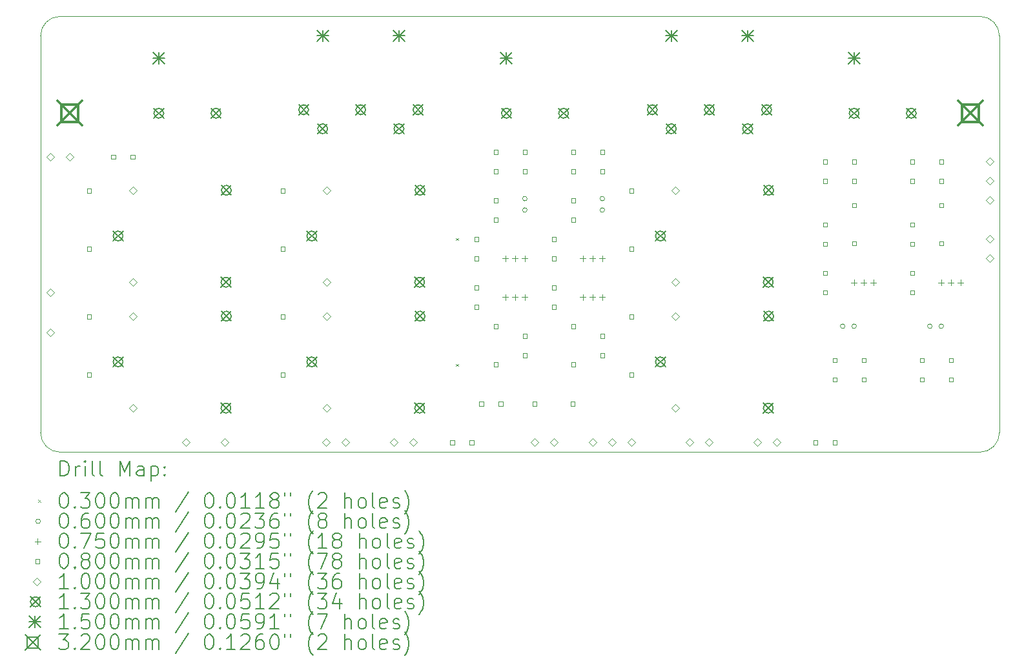
<source format=gbr>
%TF.GenerationSoftware,KiCad,Pcbnew,8.0.9*%
%TF.CreationDate,2025-03-02T13:49:47+01:00*%
%TF.ProjectId,cjss501,636a7373-3530-4312-9e6b-696361645f70,rev?*%
%TF.SameCoordinates,Original*%
%TF.FileFunction,Drillmap*%
%TF.FilePolarity,Positive*%
%FSLAX45Y45*%
G04 Gerber Fmt 4.5, Leading zero omitted, Abs format (unit mm)*
G04 Created by KiCad (PCBNEW 8.0.9) date 2025-03-02 13:49:47*
%MOMM*%
%LPD*%
G01*
G04 APERTURE LIST*
%ADD10C,0.050000*%
%ADD11C,0.200000*%
%ADD12C,0.100000*%
%ADD13C,0.130000*%
%ADD14C,0.150000*%
%ADD15C,0.320000*%
G04 APERTURE END LIST*
D10*
X15621000Y-3556000D02*
G75*
G02*
X15875000Y-3810000I0J-254000D01*
G01*
X15875000Y-9017000D02*
G75*
G02*
X15621000Y-9271000I-254000J0D01*
G01*
X3302000Y-9017000D02*
X3302000Y-3810000D01*
X3302000Y-3810000D02*
G75*
G02*
X3556000Y-3556000I254000J0D01*
G01*
X3556000Y-9271000D02*
G75*
G02*
X3302000Y-9017000I0J254000D01*
G01*
X3556000Y-3556000D02*
X15621000Y-3556000D01*
X15621000Y-9271000D02*
X3556000Y-9271000D01*
X15875000Y-3810000D02*
X15875000Y-9017000D01*
D11*
D12*
X8748000Y-6462000D02*
X8778000Y-6492000D01*
X8778000Y-6462000D02*
X8748000Y-6492000D01*
X8748000Y-8113000D02*
X8778000Y-8143000D01*
X8778000Y-8113000D02*
X8748000Y-8143000D01*
X9682000Y-5946000D02*
G75*
G02*
X9622000Y-5946000I-30000J0D01*
G01*
X9622000Y-5946000D02*
G75*
G02*
X9682000Y-5946000I30000J0D01*
G01*
X9682000Y-6096000D02*
G75*
G02*
X9622000Y-6096000I-30000J0D01*
G01*
X9622000Y-6096000D02*
G75*
G02*
X9682000Y-6096000I30000J0D01*
G01*
X10698000Y-5946000D02*
G75*
G02*
X10638000Y-5946000I-30000J0D01*
G01*
X10638000Y-5946000D02*
G75*
G02*
X10698000Y-5946000I30000J0D01*
G01*
X10698000Y-6096000D02*
G75*
G02*
X10638000Y-6096000I-30000J0D01*
G01*
X10638000Y-6096000D02*
G75*
G02*
X10698000Y-6096000I30000J0D01*
G01*
X13850000Y-7620000D02*
G75*
G02*
X13790000Y-7620000I-30000J0D01*
G01*
X13790000Y-7620000D02*
G75*
G02*
X13850000Y-7620000I30000J0D01*
G01*
X14000000Y-7620000D02*
G75*
G02*
X13940000Y-7620000I-30000J0D01*
G01*
X13940000Y-7620000D02*
G75*
G02*
X14000000Y-7620000I30000J0D01*
G01*
X14993000Y-7620000D02*
G75*
G02*
X14933000Y-7620000I-30000J0D01*
G01*
X14933000Y-7620000D02*
G75*
G02*
X14993000Y-7620000I30000J0D01*
G01*
X15143000Y-7620000D02*
G75*
G02*
X15083000Y-7620000I-30000J0D01*
G01*
X15083000Y-7620000D02*
G75*
G02*
X15143000Y-7620000I30000J0D01*
G01*
X9398000Y-6693500D02*
X9398000Y-6768500D01*
X9360500Y-6731000D02*
X9435500Y-6731000D01*
X9398000Y-7201500D02*
X9398000Y-7276500D01*
X9360500Y-7239000D02*
X9435500Y-7239000D01*
X9525000Y-6693500D02*
X9525000Y-6768500D01*
X9487500Y-6731000D02*
X9562500Y-6731000D01*
X9525000Y-7201500D02*
X9525000Y-7276500D01*
X9487500Y-7239000D02*
X9562500Y-7239000D01*
X9652000Y-6693500D02*
X9652000Y-6768500D01*
X9614500Y-6731000D02*
X9689500Y-6731000D01*
X9652000Y-7201500D02*
X9652000Y-7276500D01*
X9614500Y-7239000D02*
X9689500Y-7239000D01*
X10414000Y-6693500D02*
X10414000Y-6768500D01*
X10376500Y-6731000D02*
X10451500Y-6731000D01*
X10414000Y-7201500D02*
X10414000Y-7276500D01*
X10376500Y-7239000D02*
X10451500Y-7239000D01*
X10541000Y-6693500D02*
X10541000Y-6768500D01*
X10503500Y-6731000D02*
X10578500Y-6731000D01*
X10541000Y-7201500D02*
X10541000Y-7276500D01*
X10503500Y-7239000D02*
X10578500Y-7239000D01*
X10668000Y-6693500D02*
X10668000Y-6768500D01*
X10630500Y-6731000D02*
X10705500Y-6731000D01*
X10668000Y-7201500D02*
X10668000Y-7276500D01*
X10630500Y-7239000D02*
X10705500Y-7239000D01*
X13970000Y-7011000D02*
X13970000Y-7086000D01*
X13932500Y-7048500D02*
X14007500Y-7048500D01*
X14097000Y-7011000D02*
X14097000Y-7086000D01*
X14059500Y-7048500D02*
X14134500Y-7048500D01*
X14224000Y-7011000D02*
X14224000Y-7086000D01*
X14186500Y-7048500D02*
X14261500Y-7048500D01*
X15113000Y-7011000D02*
X15113000Y-7086000D01*
X15075500Y-7048500D02*
X15150500Y-7048500D01*
X15240000Y-7011000D02*
X15240000Y-7086000D01*
X15202500Y-7048500D02*
X15277500Y-7048500D01*
X15367000Y-7011000D02*
X15367000Y-7086000D01*
X15329500Y-7048500D02*
X15404500Y-7048500D01*
X3965284Y-5870284D02*
X3965284Y-5813715D01*
X3908715Y-5813715D01*
X3908715Y-5870284D01*
X3965284Y-5870284D01*
X3965284Y-6632284D02*
X3965284Y-6575715D01*
X3908715Y-6575715D01*
X3908715Y-6632284D01*
X3965284Y-6632284D01*
X3965284Y-7521284D02*
X3965284Y-7464715D01*
X3908715Y-7464715D01*
X3908715Y-7521284D01*
X3965284Y-7521284D01*
X3965284Y-8283284D02*
X3965284Y-8226715D01*
X3908715Y-8226715D01*
X3908715Y-8283284D01*
X3965284Y-8283284D01*
X4282785Y-5425785D02*
X4282785Y-5369216D01*
X4226216Y-5369216D01*
X4226216Y-5425785D01*
X4282785Y-5425785D01*
X4536785Y-5425785D02*
X4536785Y-5369216D01*
X4480216Y-5369216D01*
X4480216Y-5425785D01*
X4536785Y-5425785D01*
X6505284Y-5870284D02*
X6505284Y-5813715D01*
X6448715Y-5813715D01*
X6448715Y-5870284D01*
X6505284Y-5870284D01*
X6505284Y-6632284D02*
X6505284Y-6575715D01*
X6448715Y-6575715D01*
X6448715Y-6632284D01*
X6505284Y-6632284D01*
X6505284Y-7521284D02*
X6505284Y-7464715D01*
X6448715Y-7464715D01*
X6448715Y-7521284D01*
X6505284Y-7521284D01*
X6505284Y-8283284D02*
X6505284Y-8226715D01*
X6448715Y-8226715D01*
X6448715Y-8283284D01*
X6505284Y-8283284D01*
X8727785Y-9172285D02*
X8727785Y-9115716D01*
X8671216Y-9115716D01*
X8671216Y-9172285D01*
X8727785Y-9172285D01*
X8981785Y-9172285D02*
X8981785Y-9115716D01*
X8925216Y-9115716D01*
X8925216Y-9172285D01*
X8981785Y-9172285D01*
X9045285Y-6505284D02*
X9045285Y-6448715D01*
X8988716Y-6448715D01*
X8988716Y-6505284D01*
X9045285Y-6505284D01*
X9045285Y-6759284D02*
X9045285Y-6702715D01*
X8988716Y-6702715D01*
X8988716Y-6759284D01*
X9045285Y-6759284D01*
X9045285Y-7140284D02*
X9045285Y-7083715D01*
X8988716Y-7083715D01*
X8988716Y-7140284D01*
X9045285Y-7140284D01*
X9045285Y-7394284D02*
X9045285Y-7337715D01*
X8988716Y-7337715D01*
X8988716Y-7394284D01*
X9045285Y-7394284D01*
X9112785Y-8664285D02*
X9112785Y-8607716D01*
X9056216Y-8607716D01*
X9056216Y-8664285D01*
X9112785Y-8664285D01*
X9299285Y-5362285D02*
X9299285Y-5305716D01*
X9242716Y-5305716D01*
X9242716Y-5362285D01*
X9299285Y-5362285D01*
X9299285Y-5616284D02*
X9299285Y-5559716D01*
X9242716Y-5559716D01*
X9242716Y-5616284D01*
X9299285Y-5616284D01*
X9299285Y-5997284D02*
X9299285Y-5940715D01*
X9242716Y-5940715D01*
X9242716Y-5997284D01*
X9299285Y-5997284D01*
X9299285Y-6251284D02*
X9299285Y-6194715D01*
X9242716Y-6194715D01*
X9242716Y-6251284D01*
X9299285Y-6251284D01*
X9299285Y-7648284D02*
X9299285Y-7591715D01*
X9242716Y-7591715D01*
X9242716Y-7648284D01*
X9299285Y-7648284D01*
X9299285Y-8148284D02*
X9299285Y-8091715D01*
X9242716Y-8091715D01*
X9242716Y-8148284D01*
X9299285Y-8148284D01*
X9362785Y-8664285D02*
X9362785Y-8607716D01*
X9306216Y-8607716D01*
X9306216Y-8664285D01*
X9362785Y-8664285D01*
X9680285Y-5362285D02*
X9680285Y-5305716D01*
X9623716Y-5305716D01*
X9623716Y-5362285D01*
X9680285Y-5362285D01*
X9680285Y-5616284D02*
X9680285Y-5559716D01*
X9623716Y-5559716D01*
X9623716Y-5616284D01*
X9680285Y-5616284D01*
X9680285Y-7775284D02*
X9680285Y-7718715D01*
X9623716Y-7718715D01*
X9623716Y-7775284D01*
X9680285Y-7775284D01*
X9680285Y-8029284D02*
X9680285Y-7972715D01*
X9623716Y-7972715D01*
X9623716Y-8029284D01*
X9680285Y-8029284D01*
X9807285Y-8664285D02*
X9807285Y-8607716D01*
X9750716Y-8607716D01*
X9750716Y-8664285D01*
X9807285Y-8664285D01*
X10061285Y-6505284D02*
X10061285Y-6448715D01*
X10004716Y-6448715D01*
X10004716Y-6505284D01*
X10061285Y-6505284D01*
X10061285Y-6759284D02*
X10061285Y-6702715D01*
X10004716Y-6702715D01*
X10004716Y-6759284D01*
X10061285Y-6759284D01*
X10061285Y-7140284D02*
X10061285Y-7083715D01*
X10004716Y-7083715D01*
X10004716Y-7140284D01*
X10061285Y-7140284D01*
X10061285Y-7394284D02*
X10061285Y-7337715D01*
X10004716Y-7337715D01*
X10004716Y-7394284D01*
X10061285Y-7394284D01*
X10307285Y-8664285D02*
X10307285Y-8607716D01*
X10250716Y-8607716D01*
X10250716Y-8664285D01*
X10307285Y-8664285D01*
X10315285Y-5362285D02*
X10315285Y-5305716D01*
X10258716Y-5305716D01*
X10258716Y-5362285D01*
X10315285Y-5362285D01*
X10315285Y-5616284D02*
X10315285Y-5559716D01*
X10258716Y-5559716D01*
X10258716Y-5616284D01*
X10315285Y-5616284D01*
X10315285Y-5997284D02*
X10315285Y-5940715D01*
X10258716Y-5940715D01*
X10258716Y-5997284D01*
X10315285Y-5997284D01*
X10315285Y-6251284D02*
X10315285Y-6194715D01*
X10258716Y-6194715D01*
X10258716Y-6251284D01*
X10315285Y-6251284D01*
X10315285Y-7648284D02*
X10315285Y-7591715D01*
X10258716Y-7591715D01*
X10258716Y-7648284D01*
X10315285Y-7648284D01*
X10315285Y-8148284D02*
X10315285Y-8091715D01*
X10258716Y-8091715D01*
X10258716Y-8148284D01*
X10315285Y-8148284D01*
X10696285Y-5362285D02*
X10696285Y-5305716D01*
X10639716Y-5305716D01*
X10639716Y-5362285D01*
X10696285Y-5362285D01*
X10696285Y-5616284D02*
X10696285Y-5559716D01*
X10639716Y-5559716D01*
X10639716Y-5616284D01*
X10696285Y-5616284D01*
X10696285Y-7775284D02*
X10696285Y-7718715D01*
X10639716Y-7718715D01*
X10639716Y-7775284D01*
X10696285Y-7775284D01*
X10696285Y-8029284D02*
X10696285Y-7972715D01*
X10639716Y-7972715D01*
X10639716Y-8029284D01*
X10696285Y-8029284D01*
X11077285Y-5870284D02*
X11077285Y-5813715D01*
X11020716Y-5813715D01*
X11020716Y-5870284D01*
X11077285Y-5870284D01*
X11077285Y-6632284D02*
X11077285Y-6575715D01*
X11020716Y-6575715D01*
X11020716Y-6632284D01*
X11077285Y-6632284D01*
X11077285Y-7521284D02*
X11077285Y-7464715D01*
X11020716Y-7464715D01*
X11020716Y-7521284D01*
X11077285Y-7521284D01*
X11077285Y-8283284D02*
X11077285Y-8226715D01*
X11020716Y-8226715D01*
X11020716Y-8283284D01*
X11077285Y-8283284D01*
X13490284Y-9172285D02*
X13490284Y-9115716D01*
X13433715Y-9115716D01*
X13433715Y-9172285D01*
X13490284Y-9172285D01*
X13617284Y-5489285D02*
X13617284Y-5432716D01*
X13560715Y-5432716D01*
X13560715Y-5489285D01*
X13617284Y-5489285D01*
X13617284Y-5743284D02*
X13617284Y-5686715D01*
X13560715Y-5686715D01*
X13560715Y-5743284D01*
X13617284Y-5743284D01*
X13617284Y-6314784D02*
X13617284Y-6258215D01*
X13560715Y-6258215D01*
X13560715Y-6314784D01*
X13617284Y-6314784D01*
X13617284Y-6568784D02*
X13617284Y-6512215D01*
X13560715Y-6512215D01*
X13560715Y-6568784D01*
X13617284Y-6568784D01*
X13617284Y-6949784D02*
X13617284Y-6893215D01*
X13560715Y-6893215D01*
X13560715Y-6949784D01*
X13617284Y-6949784D01*
X13617284Y-7203784D02*
X13617284Y-7147215D01*
X13560715Y-7147215D01*
X13560715Y-7203784D01*
X13617284Y-7203784D01*
X13744284Y-8092784D02*
X13744284Y-8036215D01*
X13687715Y-8036215D01*
X13687715Y-8092784D01*
X13744284Y-8092784D01*
X13744284Y-8346784D02*
X13744284Y-8290215D01*
X13687715Y-8290215D01*
X13687715Y-8346784D01*
X13744284Y-8346784D01*
X13744284Y-9172285D02*
X13744284Y-9115716D01*
X13687715Y-9115716D01*
X13687715Y-9172285D01*
X13744284Y-9172285D01*
X13998284Y-5489285D02*
X13998284Y-5432716D01*
X13941715Y-5432716D01*
X13941715Y-5489285D01*
X13998284Y-5489285D01*
X13998284Y-5743284D02*
X13998284Y-5686715D01*
X13941715Y-5686715D01*
X13941715Y-5743284D01*
X13998284Y-5743284D01*
X13998284Y-6060784D02*
X13998284Y-6004215D01*
X13941715Y-6004215D01*
X13941715Y-6060784D01*
X13998284Y-6060784D01*
X13998284Y-6560784D02*
X13998284Y-6504215D01*
X13941715Y-6504215D01*
X13941715Y-6560784D01*
X13998284Y-6560784D01*
X14125284Y-8092784D02*
X14125284Y-8036215D01*
X14068715Y-8036215D01*
X14068715Y-8092784D01*
X14125284Y-8092784D01*
X14125284Y-8346784D02*
X14125284Y-8290215D01*
X14068715Y-8290215D01*
X14068715Y-8346784D01*
X14125284Y-8346784D01*
X14760284Y-5489285D02*
X14760284Y-5432716D01*
X14703715Y-5432716D01*
X14703715Y-5489285D01*
X14760284Y-5489285D01*
X14760284Y-5743284D02*
X14760284Y-5686715D01*
X14703715Y-5686715D01*
X14703715Y-5743284D01*
X14760284Y-5743284D01*
X14760284Y-6314784D02*
X14760284Y-6258215D01*
X14703715Y-6258215D01*
X14703715Y-6314784D01*
X14760284Y-6314784D01*
X14760284Y-6568784D02*
X14760284Y-6512215D01*
X14703715Y-6512215D01*
X14703715Y-6568784D01*
X14760284Y-6568784D01*
X14760284Y-6949784D02*
X14760284Y-6893215D01*
X14703715Y-6893215D01*
X14703715Y-6949784D01*
X14760284Y-6949784D01*
X14760284Y-7203784D02*
X14760284Y-7147215D01*
X14703715Y-7147215D01*
X14703715Y-7203784D01*
X14760284Y-7203784D01*
X14887284Y-8092784D02*
X14887284Y-8036215D01*
X14830715Y-8036215D01*
X14830715Y-8092784D01*
X14887284Y-8092784D01*
X14887284Y-8346784D02*
X14887284Y-8290215D01*
X14830715Y-8290215D01*
X14830715Y-8346784D01*
X14887284Y-8346784D01*
X15141284Y-5489285D02*
X15141284Y-5432716D01*
X15084715Y-5432716D01*
X15084715Y-5489285D01*
X15141284Y-5489285D01*
X15141284Y-5743284D02*
X15141284Y-5686715D01*
X15084715Y-5686715D01*
X15084715Y-5743284D01*
X15141284Y-5743284D01*
X15141284Y-6060784D02*
X15141284Y-6004215D01*
X15084715Y-6004215D01*
X15084715Y-6060784D01*
X15141284Y-6060784D01*
X15141284Y-6560784D02*
X15141284Y-6504215D01*
X15084715Y-6504215D01*
X15084715Y-6560784D01*
X15141284Y-6560784D01*
X15268284Y-8092784D02*
X15268284Y-8036215D01*
X15211715Y-8036215D01*
X15211715Y-8092784D01*
X15268284Y-8092784D01*
X15268284Y-8346784D02*
X15268284Y-8290215D01*
X15211715Y-8290215D01*
X15211715Y-8346784D01*
X15268284Y-8346784D01*
X3429000Y-5447500D02*
X3479000Y-5397500D01*
X3429000Y-5347500D01*
X3379000Y-5397500D01*
X3429000Y-5447500D01*
X3429000Y-7225500D02*
X3479000Y-7175500D01*
X3429000Y-7125500D01*
X3379000Y-7175500D01*
X3429000Y-7225500D01*
X3429000Y-7754000D02*
X3479000Y-7704000D01*
X3429000Y-7654000D01*
X3379000Y-7704000D01*
X3429000Y-7754000D01*
X3683000Y-5447500D02*
X3733000Y-5397500D01*
X3683000Y-5347500D01*
X3633000Y-5397500D01*
X3683000Y-5447500D01*
X4513000Y-5892000D02*
X4563000Y-5842000D01*
X4513000Y-5792000D01*
X4463000Y-5842000D01*
X4513000Y-5892000D01*
X4513000Y-7092000D02*
X4563000Y-7042000D01*
X4513000Y-6992000D01*
X4463000Y-7042000D01*
X4513000Y-7092000D01*
X4513000Y-7543000D02*
X4563000Y-7493000D01*
X4513000Y-7443000D01*
X4463000Y-7493000D01*
X4513000Y-7543000D01*
X4513000Y-8743000D02*
X4563000Y-8693000D01*
X4513000Y-8643000D01*
X4463000Y-8693000D01*
X4513000Y-8743000D01*
X5207000Y-9194000D02*
X5257000Y-9144000D01*
X5207000Y-9094000D01*
X5157000Y-9144000D01*
X5207000Y-9194000D01*
X5715000Y-9194000D02*
X5765000Y-9144000D01*
X5715000Y-9094000D01*
X5665000Y-9144000D01*
X5715000Y-9194000D01*
X7048500Y-9194000D02*
X7098500Y-9144000D01*
X7048500Y-9094000D01*
X6998500Y-9144000D01*
X7048500Y-9194000D01*
X7053000Y-5892000D02*
X7103000Y-5842000D01*
X7053000Y-5792000D01*
X7003000Y-5842000D01*
X7053000Y-5892000D01*
X7053000Y-7092000D02*
X7103000Y-7042000D01*
X7053000Y-6992000D01*
X7003000Y-7042000D01*
X7053000Y-7092000D01*
X7053000Y-7543000D02*
X7103000Y-7493000D01*
X7053000Y-7443000D01*
X7003000Y-7493000D01*
X7053000Y-7543000D01*
X7053000Y-8743000D02*
X7103000Y-8693000D01*
X7053000Y-8643000D01*
X7003000Y-8693000D01*
X7053000Y-8743000D01*
X7302500Y-9194000D02*
X7352500Y-9144000D01*
X7302500Y-9094000D01*
X7252500Y-9144000D01*
X7302500Y-9194000D01*
X7937500Y-9194000D02*
X7987500Y-9144000D01*
X7937500Y-9094000D01*
X7887500Y-9144000D01*
X7937500Y-9194000D01*
X8191500Y-9194000D02*
X8241500Y-9144000D01*
X8191500Y-9094000D01*
X8141500Y-9144000D01*
X8191500Y-9194000D01*
X9778500Y-9194000D02*
X9828500Y-9144000D01*
X9778500Y-9094000D01*
X9728500Y-9144000D01*
X9778500Y-9194000D01*
X10032500Y-9194000D02*
X10082500Y-9144000D01*
X10032500Y-9094000D01*
X9982500Y-9144000D01*
X10032500Y-9194000D01*
X10541000Y-9194000D02*
X10591000Y-9144000D01*
X10541000Y-9094000D01*
X10491000Y-9144000D01*
X10541000Y-9194000D01*
X10795000Y-9194000D02*
X10845000Y-9144000D01*
X10795000Y-9094000D01*
X10745000Y-9144000D01*
X10795000Y-9194000D01*
X11049000Y-9194000D02*
X11099000Y-9144000D01*
X11049000Y-9094000D01*
X10999000Y-9144000D01*
X11049000Y-9194000D01*
X11625000Y-5892000D02*
X11675000Y-5842000D01*
X11625000Y-5792000D01*
X11575000Y-5842000D01*
X11625000Y-5892000D01*
X11625000Y-7092000D02*
X11675000Y-7042000D01*
X11625000Y-6992000D01*
X11575000Y-7042000D01*
X11625000Y-7092000D01*
X11625000Y-7543000D02*
X11675000Y-7493000D01*
X11625000Y-7443000D01*
X11575000Y-7493000D01*
X11625000Y-7543000D01*
X11625000Y-8743000D02*
X11675000Y-8693000D01*
X11625000Y-8643000D01*
X11575000Y-8693000D01*
X11625000Y-8743000D01*
X11811000Y-9194000D02*
X11861000Y-9144000D01*
X11811000Y-9094000D01*
X11761000Y-9144000D01*
X11811000Y-9194000D01*
X12065000Y-9194000D02*
X12115000Y-9144000D01*
X12065000Y-9094000D01*
X12015000Y-9144000D01*
X12065000Y-9194000D01*
X12700000Y-9194000D02*
X12750000Y-9144000D01*
X12700000Y-9094000D01*
X12650000Y-9144000D01*
X12700000Y-9194000D01*
X12954000Y-9194000D02*
X13004000Y-9144000D01*
X12954000Y-9094000D01*
X12904000Y-9144000D01*
X12954000Y-9194000D01*
X15748000Y-5511000D02*
X15798000Y-5461000D01*
X15748000Y-5411000D01*
X15698000Y-5461000D01*
X15748000Y-5511000D01*
X15748000Y-5765000D02*
X15798000Y-5715000D01*
X15748000Y-5665000D01*
X15698000Y-5715000D01*
X15748000Y-5765000D01*
X15748000Y-6019000D02*
X15798000Y-5969000D01*
X15748000Y-5919000D01*
X15698000Y-5969000D01*
X15748000Y-6019000D01*
X15748000Y-6527000D02*
X15798000Y-6477000D01*
X15748000Y-6427000D01*
X15698000Y-6477000D01*
X15748000Y-6527000D01*
X15748000Y-6781000D02*
X15798000Y-6731000D01*
X15748000Y-6681000D01*
X15698000Y-6731000D01*
X15748000Y-6781000D01*
D13*
X4253000Y-6372000D02*
X4383000Y-6502000D01*
X4383000Y-6372000D02*
X4253000Y-6502000D01*
X4383000Y-6437000D02*
G75*
G02*
X4253000Y-6437000I-65000J0D01*
G01*
X4253000Y-6437000D02*
G75*
G02*
X4383000Y-6437000I65000J0D01*
G01*
X4253000Y-8023000D02*
X4383000Y-8153000D01*
X4383000Y-8023000D02*
X4253000Y-8153000D01*
X4383000Y-8088000D02*
G75*
G02*
X4253000Y-8088000I-65000J0D01*
G01*
X4253000Y-8088000D02*
G75*
G02*
X4383000Y-8088000I65000J0D01*
G01*
X4787000Y-4761000D02*
X4917000Y-4891000D01*
X4917000Y-4761000D02*
X4787000Y-4891000D01*
X4917000Y-4826000D02*
G75*
G02*
X4787000Y-4826000I-65000J0D01*
G01*
X4787000Y-4826000D02*
G75*
G02*
X4917000Y-4826000I65000J0D01*
G01*
X5537000Y-4761000D02*
X5667000Y-4891000D01*
X5667000Y-4761000D02*
X5537000Y-4891000D01*
X5667000Y-4826000D02*
G75*
G02*
X5537000Y-4826000I-65000J0D01*
G01*
X5537000Y-4826000D02*
G75*
G02*
X5667000Y-4826000I65000J0D01*
G01*
X5668000Y-6977000D02*
X5798000Y-7107000D01*
X5798000Y-6977000D02*
X5668000Y-7107000D01*
X5798000Y-7042000D02*
G75*
G02*
X5668000Y-7042000I-65000J0D01*
G01*
X5668000Y-7042000D02*
G75*
G02*
X5798000Y-7042000I65000J0D01*
G01*
X5668000Y-8628000D02*
X5798000Y-8758000D01*
X5798000Y-8628000D02*
X5668000Y-8758000D01*
X5798000Y-8693000D02*
G75*
G02*
X5668000Y-8693000I-65000J0D01*
G01*
X5668000Y-8693000D02*
G75*
G02*
X5798000Y-8693000I65000J0D01*
G01*
X5673000Y-5772000D02*
X5803000Y-5902000D01*
X5803000Y-5772000D02*
X5673000Y-5902000D01*
X5803000Y-5837000D02*
G75*
G02*
X5673000Y-5837000I-65000J0D01*
G01*
X5673000Y-5837000D02*
G75*
G02*
X5803000Y-5837000I65000J0D01*
G01*
X5673000Y-7423000D02*
X5803000Y-7553000D01*
X5803000Y-7423000D02*
X5673000Y-7553000D01*
X5803000Y-7488000D02*
G75*
G02*
X5673000Y-7488000I-65000J0D01*
G01*
X5673000Y-7488000D02*
G75*
G02*
X5803000Y-7488000I65000J0D01*
G01*
X6686000Y-4715000D02*
X6816000Y-4845000D01*
X6816000Y-4715000D02*
X6686000Y-4845000D01*
X6816000Y-4780000D02*
G75*
G02*
X6686000Y-4780000I-65000J0D01*
G01*
X6686000Y-4780000D02*
G75*
G02*
X6816000Y-4780000I65000J0D01*
G01*
X6793000Y-6372000D02*
X6923000Y-6502000D01*
X6923000Y-6372000D02*
X6793000Y-6502000D01*
X6923000Y-6437000D02*
G75*
G02*
X6793000Y-6437000I-65000J0D01*
G01*
X6793000Y-6437000D02*
G75*
G02*
X6923000Y-6437000I65000J0D01*
G01*
X6793000Y-8023000D02*
X6923000Y-8153000D01*
X6923000Y-8023000D02*
X6793000Y-8153000D01*
X6923000Y-8088000D02*
G75*
G02*
X6793000Y-8088000I-65000J0D01*
G01*
X6793000Y-8088000D02*
G75*
G02*
X6923000Y-8088000I65000J0D01*
G01*
X6936000Y-4965000D02*
X7066000Y-5095000D01*
X7066000Y-4965000D02*
X6936000Y-5095000D01*
X7066000Y-5030000D02*
G75*
G02*
X6936000Y-5030000I-65000J0D01*
G01*
X6936000Y-5030000D02*
G75*
G02*
X7066000Y-5030000I65000J0D01*
G01*
X7436000Y-4715000D02*
X7566000Y-4845000D01*
X7566000Y-4715000D02*
X7436000Y-4845000D01*
X7566000Y-4780000D02*
G75*
G02*
X7436000Y-4780000I-65000J0D01*
G01*
X7436000Y-4780000D02*
G75*
G02*
X7566000Y-4780000I65000J0D01*
G01*
X7936000Y-4965000D02*
X8066000Y-5095000D01*
X8066000Y-4965000D02*
X7936000Y-5095000D01*
X8066000Y-5030000D02*
G75*
G02*
X7936000Y-5030000I-65000J0D01*
G01*
X7936000Y-5030000D02*
G75*
G02*
X8066000Y-5030000I65000J0D01*
G01*
X8186000Y-4715000D02*
X8316000Y-4845000D01*
X8316000Y-4715000D02*
X8186000Y-4845000D01*
X8316000Y-4780000D02*
G75*
G02*
X8186000Y-4780000I-65000J0D01*
G01*
X8186000Y-4780000D02*
G75*
G02*
X8316000Y-4780000I65000J0D01*
G01*
X8208000Y-6977000D02*
X8338000Y-7107000D01*
X8338000Y-6977000D02*
X8208000Y-7107000D01*
X8338000Y-7042000D02*
G75*
G02*
X8208000Y-7042000I-65000J0D01*
G01*
X8208000Y-7042000D02*
G75*
G02*
X8338000Y-7042000I65000J0D01*
G01*
X8208000Y-8628000D02*
X8338000Y-8758000D01*
X8338000Y-8628000D02*
X8208000Y-8758000D01*
X8338000Y-8693000D02*
G75*
G02*
X8208000Y-8693000I-65000J0D01*
G01*
X8208000Y-8693000D02*
G75*
G02*
X8338000Y-8693000I65000J0D01*
G01*
X8213000Y-5772000D02*
X8343000Y-5902000D01*
X8343000Y-5772000D02*
X8213000Y-5902000D01*
X8343000Y-5837000D02*
G75*
G02*
X8213000Y-5837000I-65000J0D01*
G01*
X8213000Y-5837000D02*
G75*
G02*
X8343000Y-5837000I65000J0D01*
G01*
X8213000Y-7423000D02*
X8343000Y-7553000D01*
X8343000Y-7423000D02*
X8213000Y-7553000D01*
X8343000Y-7488000D02*
G75*
G02*
X8213000Y-7488000I-65000J0D01*
G01*
X8213000Y-7488000D02*
G75*
G02*
X8343000Y-7488000I65000J0D01*
G01*
X9345000Y-4761000D02*
X9475000Y-4891000D01*
X9475000Y-4761000D02*
X9345000Y-4891000D01*
X9475000Y-4826000D02*
G75*
G02*
X9345000Y-4826000I-65000J0D01*
G01*
X9345000Y-4826000D02*
G75*
G02*
X9475000Y-4826000I65000J0D01*
G01*
X10095000Y-4761000D02*
X10225000Y-4891000D01*
X10225000Y-4761000D02*
X10095000Y-4891000D01*
X10225000Y-4826000D02*
G75*
G02*
X10095000Y-4826000I-65000J0D01*
G01*
X10095000Y-4826000D02*
G75*
G02*
X10225000Y-4826000I65000J0D01*
G01*
X11258000Y-4715000D02*
X11388000Y-4845000D01*
X11388000Y-4715000D02*
X11258000Y-4845000D01*
X11388000Y-4780000D02*
G75*
G02*
X11258000Y-4780000I-65000J0D01*
G01*
X11258000Y-4780000D02*
G75*
G02*
X11388000Y-4780000I65000J0D01*
G01*
X11365000Y-6372000D02*
X11495000Y-6502000D01*
X11495000Y-6372000D02*
X11365000Y-6502000D01*
X11495000Y-6437000D02*
G75*
G02*
X11365000Y-6437000I-65000J0D01*
G01*
X11365000Y-6437000D02*
G75*
G02*
X11495000Y-6437000I65000J0D01*
G01*
X11365000Y-8023000D02*
X11495000Y-8153000D01*
X11495000Y-8023000D02*
X11365000Y-8153000D01*
X11495000Y-8088000D02*
G75*
G02*
X11365000Y-8088000I-65000J0D01*
G01*
X11365000Y-8088000D02*
G75*
G02*
X11495000Y-8088000I65000J0D01*
G01*
X11508000Y-4965000D02*
X11638000Y-5095000D01*
X11638000Y-4965000D02*
X11508000Y-5095000D01*
X11638000Y-5030000D02*
G75*
G02*
X11508000Y-5030000I-65000J0D01*
G01*
X11508000Y-5030000D02*
G75*
G02*
X11638000Y-5030000I65000J0D01*
G01*
X12008000Y-4715000D02*
X12138000Y-4845000D01*
X12138000Y-4715000D02*
X12008000Y-4845000D01*
X12138000Y-4780000D02*
G75*
G02*
X12008000Y-4780000I-65000J0D01*
G01*
X12008000Y-4780000D02*
G75*
G02*
X12138000Y-4780000I65000J0D01*
G01*
X12508000Y-4965000D02*
X12638000Y-5095000D01*
X12638000Y-4965000D02*
X12508000Y-5095000D01*
X12638000Y-5030000D02*
G75*
G02*
X12508000Y-5030000I-65000J0D01*
G01*
X12508000Y-5030000D02*
G75*
G02*
X12638000Y-5030000I65000J0D01*
G01*
X12758000Y-4715000D02*
X12888000Y-4845000D01*
X12888000Y-4715000D02*
X12758000Y-4845000D01*
X12888000Y-4780000D02*
G75*
G02*
X12758000Y-4780000I-65000J0D01*
G01*
X12758000Y-4780000D02*
G75*
G02*
X12888000Y-4780000I65000J0D01*
G01*
X12780000Y-6977000D02*
X12910000Y-7107000D01*
X12910000Y-6977000D02*
X12780000Y-7107000D01*
X12910000Y-7042000D02*
G75*
G02*
X12780000Y-7042000I-65000J0D01*
G01*
X12780000Y-7042000D02*
G75*
G02*
X12910000Y-7042000I65000J0D01*
G01*
X12780000Y-8628000D02*
X12910000Y-8758000D01*
X12910000Y-8628000D02*
X12780000Y-8758000D01*
X12910000Y-8693000D02*
G75*
G02*
X12780000Y-8693000I-65000J0D01*
G01*
X12780000Y-8693000D02*
G75*
G02*
X12910000Y-8693000I65000J0D01*
G01*
X12785000Y-5772000D02*
X12915000Y-5902000D01*
X12915000Y-5772000D02*
X12785000Y-5902000D01*
X12915000Y-5837000D02*
G75*
G02*
X12785000Y-5837000I-65000J0D01*
G01*
X12785000Y-5837000D02*
G75*
G02*
X12915000Y-5837000I65000J0D01*
G01*
X12785000Y-7423000D02*
X12915000Y-7553000D01*
X12915000Y-7423000D02*
X12785000Y-7553000D01*
X12915000Y-7488000D02*
G75*
G02*
X12785000Y-7488000I-65000J0D01*
G01*
X12785000Y-7488000D02*
G75*
G02*
X12915000Y-7488000I65000J0D01*
G01*
X13905000Y-4761000D02*
X14035000Y-4891000D01*
X14035000Y-4761000D02*
X13905000Y-4891000D01*
X14035000Y-4826000D02*
G75*
G02*
X13905000Y-4826000I-65000J0D01*
G01*
X13905000Y-4826000D02*
G75*
G02*
X14035000Y-4826000I65000J0D01*
G01*
X14655000Y-4761000D02*
X14785000Y-4891000D01*
X14785000Y-4761000D02*
X14655000Y-4891000D01*
X14785000Y-4826000D02*
G75*
G02*
X14655000Y-4826000I-65000J0D01*
G01*
X14655000Y-4826000D02*
G75*
G02*
X14785000Y-4826000I65000J0D01*
G01*
D14*
X4777000Y-4026000D02*
X4927000Y-4176000D01*
X4927000Y-4026000D02*
X4777000Y-4176000D01*
X4852000Y-4026000D02*
X4852000Y-4176000D01*
X4777000Y-4101000D02*
X4927000Y-4101000D01*
X6926000Y-3735000D02*
X7076000Y-3885000D01*
X7076000Y-3735000D02*
X6926000Y-3885000D01*
X7001000Y-3735000D02*
X7001000Y-3885000D01*
X6926000Y-3810000D02*
X7076000Y-3810000D01*
X7926000Y-3735000D02*
X8076000Y-3885000D01*
X8076000Y-3735000D02*
X7926000Y-3885000D01*
X8001000Y-3735000D02*
X8001000Y-3885000D01*
X7926000Y-3810000D02*
X8076000Y-3810000D01*
X9335000Y-4026000D02*
X9485000Y-4176000D01*
X9485000Y-4026000D02*
X9335000Y-4176000D01*
X9410000Y-4026000D02*
X9410000Y-4176000D01*
X9335000Y-4101000D02*
X9485000Y-4101000D01*
X11498000Y-3735000D02*
X11648000Y-3885000D01*
X11648000Y-3735000D02*
X11498000Y-3885000D01*
X11573000Y-3735000D02*
X11573000Y-3885000D01*
X11498000Y-3810000D02*
X11648000Y-3810000D01*
X12498000Y-3735000D02*
X12648000Y-3885000D01*
X12648000Y-3735000D02*
X12498000Y-3885000D01*
X12573000Y-3735000D02*
X12573000Y-3885000D01*
X12498000Y-3810000D02*
X12648000Y-3810000D01*
X13895000Y-4026000D02*
X14045000Y-4176000D01*
X14045000Y-4026000D02*
X13895000Y-4176000D01*
X13970000Y-4026000D02*
X13970000Y-4176000D01*
X13895000Y-4101000D02*
X14045000Y-4101000D01*
D15*
X3523000Y-4666000D02*
X3843000Y-4986000D01*
X3843000Y-4666000D02*
X3523000Y-4986000D01*
X3796138Y-4939138D02*
X3796138Y-4712862D01*
X3569862Y-4712862D01*
X3569862Y-4939138D01*
X3796138Y-4939138D01*
X15334000Y-4666000D02*
X15654000Y-4986000D01*
X15654000Y-4666000D02*
X15334000Y-4986000D01*
X15607138Y-4939138D02*
X15607138Y-4712862D01*
X15380862Y-4712862D01*
X15380862Y-4939138D01*
X15607138Y-4939138D01*
D11*
X3560277Y-9584984D02*
X3560277Y-9384984D01*
X3560277Y-9384984D02*
X3607896Y-9384984D01*
X3607896Y-9384984D02*
X3636467Y-9394508D01*
X3636467Y-9394508D02*
X3655515Y-9413555D01*
X3655515Y-9413555D02*
X3665039Y-9432603D01*
X3665039Y-9432603D02*
X3674562Y-9470698D01*
X3674562Y-9470698D02*
X3674562Y-9499270D01*
X3674562Y-9499270D02*
X3665039Y-9537365D01*
X3665039Y-9537365D02*
X3655515Y-9556412D01*
X3655515Y-9556412D02*
X3636467Y-9575460D01*
X3636467Y-9575460D02*
X3607896Y-9584984D01*
X3607896Y-9584984D02*
X3560277Y-9584984D01*
X3760277Y-9584984D02*
X3760277Y-9451650D01*
X3760277Y-9489746D02*
X3769801Y-9470698D01*
X3769801Y-9470698D02*
X3779324Y-9461174D01*
X3779324Y-9461174D02*
X3798372Y-9451650D01*
X3798372Y-9451650D02*
X3817420Y-9451650D01*
X3884086Y-9584984D02*
X3884086Y-9451650D01*
X3884086Y-9384984D02*
X3874562Y-9394508D01*
X3874562Y-9394508D02*
X3884086Y-9404031D01*
X3884086Y-9404031D02*
X3893610Y-9394508D01*
X3893610Y-9394508D02*
X3884086Y-9384984D01*
X3884086Y-9384984D02*
X3884086Y-9404031D01*
X4007896Y-9584984D02*
X3988848Y-9575460D01*
X3988848Y-9575460D02*
X3979324Y-9556412D01*
X3979324Y-9556412D02*
X3979324Y-9384984D01*
X4112658Y-9584984D02*
X4093610Y-9575460D01*
X4093610Y-9575460D02*
X4084086Y-9556412D01*
X4084086Y-9556412D02*
X4084086Y-9384984D01*
X4341229Y-9584984D02*
X4341229Y-9384984D01*
X4341229Y-9384984D02*
X4407896Y-9527841D01*
X4407896Y-9527841D02*
X4474563Y-9384984D01*
X4474563Y-9384984D02*
X4474563Y-9584984D01*
X4655515Y-9584984D02*
X4655515Y-9480222D01*
X4655515Y-9480222D02*
X4645991Y-9461174D01*
X4645991Y-9461174D02*
X4626944Y-9451650D01*
X4626944Y-9451650D02*
X4588848Y-9451650D01*
X4588848Y-9451650D02*
X4569801Y-9461174D01*
X4655515Y-9575460D02*
X4636467Y-9584984D01*
X4636467Y-9584984D02*
X4588848Y-9584984D01*
X4588848Y-9584984D02*
X4569801Y-9575460D01*
X4569801Y-9575460D02*
X4560277Y-9556412D01*
X4560277Y-9556412D02*
X4560277Y-9537365D01*
X4560277Y-9537365D02*
X4569801Y-9518317D01*
X4569801Y-9518317D02*
X4588848Y-9508793D01*
X4588848Y-9508793D02*
X4636467Y-9508793D01*
X4636467Y-9508793D02*
X4655515Y-9499270D01*
X4750753Y-9451650D02*
X4750753Y-9651650D01*
X4750753Y-9461174D02*
X4769801Y-9451650D01*
X4769801Y-9451650D02*
X4807896Y-9451650D01*
X4807896Y-9451650D02*
X4826944Y-9461174D01*
X4826944Y-9461174D02*
X4836467Y-9470698D01*
X4836467Y-9470698D02*
X4845991Y-9489746D01*
X4845991Y-9489746D02*
X4845991Y-9546889D01*
X4845991Y-9546889D02*
X4836467Y-9565936D01*
X4836467Y-9565936D02*
X4826944Y-9575460D01*
X4826944Y-9575460D02*
X4807896Y-9584984D01*
X4807896Y-9584984D02*
X4769801Y-9584984D01*
X4769801Y-9584984D02*
X4750753Y-9575460D01*
X4931705Y-9565936D02*
X4941229Y-9575460D01*
X4941229Y-9575460D02*
X4931705Y-9584984D01*
X4931705Y-9584984D02*
X4922182Y-9575460D01*
X4922182Y-9575460D02*
X4931705Y-9565936D01*
X4931705Y-9565936D02*
X4931705Y-9584984D01*
X4931705Y-9461174D02*
X4941229Y-9470698D01*
X4941229Y-9470698D02*
X4931705Y-9480222D01*
X4931705Y-9480222D02*
X4922182Y-9470698D01*
X4922182Y-9470698D02*
X4931705Y-9461174D01*
X4931705Y-9461174D02*
X4931705Y-9480222D01*
D12*
X3269500Y-9898500D02*
X3299500Y-9928500D01*
X3299500Y-9898500D02*
X3269500Y-9928500D01*
D11*
X3598372Y-9804984D02*
X3617420Y-9804984D01*
X3617420Y-9804984D02*
X3636467Y-9814508D01*
X3636467Y-9814508D02*
X3645991Y-9824031D01*
X3645991Y-9824031D02*
X3655515Y-9843079D01*
X3655515Y-9843079D02*
X3665039Y-9881174D01*
X3665039Y-9881174D02*
X3665039Y-9928793D01*
X3665039Y-9928793D02*
X3655515Y-9966889D01*
X3655515Y-9966889D02*
X3645991Y-9985936D01*
X3645991Y-9985936D02*
X3636467Y-9995460D01*
X3636467Y-9995460D02*
X3617420Y-10004984D01*
X3617420Y-10004984D02*
X3598372Y-10004984D01*
X3598372Y-10004984D02*
X3579324Y-9995460D01*
X3579324Y-9995460D02*
X3569801Y-9985936D01*
X3569801Y-9985936D02*
X3560277Y-9966889D01*
X3560277Y-9966889D02*
X3550753Y-9928793D01*
X3550753Y-9928793D02*
X3550753Y-9881174D01*
X3550753Y-9881174D02*
X3560277Y-9843079D01*
X3560277Y-9843079D02*
X3569801Y-9824031D01*
X3569801Y-9824031D02*
X3579324Y-9814508D01*
X3579324Y-9814508D02*
X3598372Y-9804984D01*
X3750753Y-9985936D02*
X3760277Y-9995460D01*
X3760277Y-9995460D02*
X3750753Y-10004984D01*
X3750753Y-10004984D02*
X3741229Y-9995460D01*
X3741229Y-9995460D02*
X3750753Y-9985936D01*
X3750753Y-9985936D02*
X3750753Y-10004984D01*
X3826943Y-9804984D02*
X3950753Y-9804984D01*
X3950753Y-9804984D02*
X3884086Y-9881174D01*
X3884086Y-9881174D02*
X3912658Y-9881174D01*
X3912658Y-9881174D02*
X3931705Y-9890698D01*
X3931705Y-9890698D02*
X3941229Y-9900222D01*
X3941229Y-9900222D02*
X3950753Y-9919270D01*
X3950753Y-9919270D02*
X3950753Y-9966889D01*
X3950753Y-9966889D02*
X3941229Y-9985936D01*
X3941229Y-9985936D02*
X3931705Y-9995460D01*
X3931705Y-9995460D02*
X3912658Y-10004984D01*
X3912658Y-10004984D02*
X3855515Y-10004984D01*
X3855515Y-10004984D02*
X3836467Y-9995460D01*
X3836467Y-9995460D02*
X3826943Y-9985936D01*
X4074562Y-9804984D02*
X4093610Y-9804984D01*
X4093610Y-9804984D02*
X4112658Y-9814508D01*
X4112658Y-9814508D02*
X4122182Y-9824031D01*
X4122182Y-9824031D02*
X4131705Y-9843079D01*
X4131705Y-9843079D02*
X4141229Y-9881174D01*
X4141229Y-9881174D02*
X4141229Y-9928793D01*
X4141229Y-9928793D02*
X4131705Y-9966889D01*
X4131705Y-9966889D02*
X4122182Y-9985936D01*
X4122182Y-9985936D02*
X4112658Y-9995460D01*
X4112658Y-9995460D02*
X4093610Y-10004984D01*
X4093610Y-10004984D02*
X4074562Y-10004984D01*
X4074562Y-10004984D02*
X4055515Y-9995460D01*
X4055515Y-9995460D02*
X4045991Y-9985936D01*
X4045991Y-9985936D02*
X4036467Y-9966889D01*
X4036467Y-9966889D02*
X4026943Y-9928793D01*
X4026943Y-9928793D02*
X4026943Y-9881174D01*
X4026943Y-9881174D02*
X4036467Y-9843079D01*
X4036467Y-9843079D02*
X4045991Y-9824031D01*
X4045991Y-9824031D02*
X4055515Y-9814508D01*
X4055515Y-9814508D02*
X4074562Y-9804984D01*
X4265039Y-9804984D02*
X4284086Y-9804984D01*
X4284086Y-9804984D02*
X4303134Y-9814508D01*
X4303134Y-9814508D02*
X4312658Y-9824031D01*
X4312658Y-9824031D02*
X4322182Y-9843079D01*
X4322182Y-9843079D02*
X4331705Y-9881174D01*
X4331705Y-9881174D02*
X4331705Y-9928793D01*
X4331705Y-9928793D02*
X4322182Y-9966889D01*
X4322182Y-9966889D02*
X4312658Y-9985936D01*
X4312658Y-9985936D02*
X4303134Y-9995460D01*
X4303134Y-9995460D02*
X4284086Y-10004984D01*
X4284086Y-10004984D02*
X4265039Y-10004984D01*
X4265039Y-10004984D02*
X4245991Y-9995460D01*
X4245991Y-9995460D02*
X4236467Y-9985936D01*
X4236467Y-9985936D02*
X4226944Y-9966889D01*
X4226944Y-9966889D02*
X4217420Y-9928793D01*
X4217420Y-9928793D02*
X4217420Y-9881174D01*
X4217420Y-9881174D02*
X4226944Y-9843079D01*
X4226944Y-9843079D02*
X4236467Y-9824031D01*
X4236467Y-9824031D02*
X4245991Y-9814508D01*
X4245991Y-9814508D02*
X4265039Y-9804984D01*
X4417420Y-10004984D02*
X4417420Y-9871650D01*
X4417420Y-9890698D02*
X4426944Y-9881174D01*
X4426944Y-9881174D02*
X4445991Y-9871650D01*
X4445991Y-9871650D02*
X4474563Y-9871650D01*
X4474563Y-9871650D02*
X4493610Y-9881174D01*
X4493610Y-9881174D02*
X4503134Y-9900222D01*
X4503134Y-9900222D02*
X4503134Y-10004984D01*
X4503134Y-9900222D02*
X4512658Y-9881174D01*
X4512658Y-9881174D02*
X4531705Y-9871650D01*
X4531705Y-9871650D02*
X4560277Y-9871650D01*
X4560277Y-9871650D02*
X4579325Y-9881174D01*
X4579325Y-9881174D02*
X4588848Y-9900222D01*
X4588848Y-9900222D02*
X4588848Y-10004984D01*
X4684086Y-10004984D02*
X4684086Y-9871650D01*
X4684086Y-9890698D02*
X4693610Y-9881174D01*
X4693610Y-9881174D02*
X4712658Y-9871650D01*
X4712658Y-9871650D02*
X4741229Y-9871650D01*
X4741229Y-9871650D02*
X4760277Y-9881174D01*
X4760277Y-9881174D02*
X4769801Y-9900222D01*
X4769801Y-9900222D02*
X4769801Y-10004984D01*
X4769801Y-9900222D02*
X4779325Y-9881174D01*
X4779325Y-9881174D02*
X4798372Y-9871650D01*
X4798372Y-9871650D02*
X4826944Y-9871650D01*
X4826944Y-9871650D02*
X4845991Y-9881174D01*
X4845991Y-9881174D02*
X4855515Y-9900222D01*
X4855515Y-9900222D02*
X4855515Y-10004984D01*
X5245991Y-9795460D02*
X5074563Y-10052603D01*
X5503134Y-9804984D02*
X5522182Y-9804984D01*
X5522182Y-9804984D02*
X5541229Y-9814508D01*
X5541229Y-9814508D02*
X5550753Y-9824031D01*
X5550753Y-9824031D02*
X5560277Y-9843079D01*
X5560277Y-9843079D02*
X5569801Y-9881174D01*
X5569801Y-9881174D02*
X5569801Y-9928793D01*
X5569801Y-9928793D02*
X5560277Y-9966889D01*
X5560277Y-9966889D02*
X5550753Y-9985936D01*
X5550753Y-9985936D02*
X5541229Y-9995460D01*
X5541229Y-9995460D02*
X5522182Y-10004984D01*
X5522182Y-10004984D02*
X5503134Y-10004984D01*
X5503134Y-10004984D02*
X5484087Y-9995460D01*
X5484087Y-9995460D02*
X5474563Y-9985936D01*
X5474563Y-9985936D02*
X5465039Y-9966889D01*
X5465039Y-9966889D02*
X5455515Y-9928793D01*
X5455515Y-9928793D02*
X5455515Y-9881174D01*
X5455515Y-9881174D02*
X5465039Y-9843079D01*
X5465039Y-9843079D02*
X5474563Y-9824031D01*
X5474563Y-9824031D02*
X5484087Y-9814508D01*
X5484087Y-9814508D02*
X5503134Y-9804984D01*
X5655515Y-9985936D02*
X5665039Y-9995460D01*
X5665039Y-9995460D02*
X5655515Y-10004984D01*
X5655515Y-10004984D02*
X5645991Y-9995460D01*
X5645991Y-9995460D02*
X5655515Y-9985936D01*
X5655515Y-9985936D02*
X5655515Y-10004984D01*
X5788848Y-9804984D02*
X5807896Y-9804984D01*
X5807896Y-9804984D02*
X5826944Y-9814508D01*
X5826944Y-9814508D02*
X5836467Y-9824031D01*
X5836467Y-9824031D02*
X5845991Y-9843079D01*
X5845991Y-9843079D02*
X5855515Y-9881174D01*
X5855515Y-9881174D02*
X5855515Y-9928793D01*
X5855515Y-9928793D02*
X5845991Y-9966889D01*
X5845991Y-9966889D02*
X5836467Y-9985936D01*
X5836467Y-9985936D02*
X5826944Y-9995460D01*
X5826944Y-9995460D02*
X5807896Y-10004984D01*
X5807896Y-10004984D02*
X5788848Y-10004984D01*
X5788848Y-10004984D02*
X5769801Y-9995460D01*
X5769801Y-9995460D02*
X5760277Y-9985936D01*
X5760277Y-9985936D02*
X5750753Y-9966889D01*
X5750753Y-9966889D02*
X5741229Y-9928793D01*
X5741229Y-9928793D02*
X5741229Y-9881174D01*
X5741229Y-9881174D02*
X5750753Y-9843079D01*
X5750753Y-9843079D02*
X5760277Y-9824031D01*
X5760277Y-9824031D02*
X5769801Y-9814508D01*
X5769801Y-9814508D02*
X5788848Y-9804984D01*
X6045991Y-10004984D02*
X5931706Y-10004984D01*
X5988848Y-10004984D02*
X5988848Y-9804984D01*
X5988848Y-9804984D02*
X5969801Y-9833555D01*
X5969801Y-9833555D02*
X5950753Y-9852603D01*
X5950753Y-9852603D02*
X5931706Y-9862127D01*
X6236467Y-10004984D02*
X6122182Y-10004984D01*
X6179325Y-10004984D02*
X6179325Y-9804984D01*
X6179325Y-9804984D02*
X6160277Y-9833555D01*
X6160277Y-9833555D02*
X6141229Y-9852603D01*
X6141229Y-9852603D02*
X6122182Y-9862127D01*
X6350753Y-9890698D02*
X6331706Y-9881174D01*
X6331706Y-9881174D02*
X6322182Y-9871650D01*
X6322182Y-9871650D02*
X6312658Y-9852603D01*
X6312658Y-9852603D02*
X6312658Y-9843079D01*
X6312658Y-9843079D02*
X6322182Y-9824031D01*
X6322182Y-9824031D02*
X6331706Y-9814508D01*
X6331706Y-9814508D02*
X6350753Y-9804984D01*
X6350753Y-9804984D02*
X6388848Y-9804984D01*
X6388848Y-9804984D02*
X6407896Y-9814508D01*
X6407896Y-9814508D02*
X6417420Y-9824031D01*
X6417420Y-9824031D02*
X6426944Y-9843079D01*
X6426944Y-9843079D02*
X6426944Y-9852603D01*
X6426944Y-9852603D02*
X6417420Y-9871650D01*
X6417420Y-9871650D02*
X6407896Y-9881174D01*
X6407896Y-9881174D02*
X6388848Y-9890698D01*
X6388848Y-9890698D02*
X6350753Y-9890698D01*
X6350753Y-9890698D02*
X6331706Y-9900222D01*
X6331706Y-9900222D02*
X6322182Y-9909746D01*
X6322182Y-9909746D02*
X6312658Y-9928793D01*
X6312658Y-9928793D02*
X6312658Y-9966889D01*
X6312658Y-9966889D02*
X6322182Y-9985936D01*
X6322182Y-9985936D02*
X6331706Y-9995460D01*
X6331706Y-9995460D02*
X6350753Y-10004984D01*
X6350753Y-10004984D02*
X6388848Y-10004984D01*
X6388848Y-10004984D02*
X6407896Y-9995460D01*
X6407896Y-9995460D02*
X6417420Y-9985936D01*
X6417420Y-9985936D02*
X6426944Y-9966889D01*
X6426944Y-9966889D02*
X6426944Y-9928793D01*
X6426944Y-9928793D02*
X6417420Y-9909746D01*
X6417420Y-9909746D02*
X6407896Y-9900222D01*
X6407896Y-9900222D02*
X6388848Y-9890698D01*
X6503134Y-9804984D02*
X6503134Y-9843079D01*
X6579325Y-9804984D02*
X6579325Y-9843079D01*
X6874563Y-10081174D02*
X6865039Y-10071650D01*
X6865039Y-10071650D02*
X6845991Y-10043079D01*
X6845991Y-10043079D02*
X6836468Y-10024031D01*
X6836468Y-10024031D02*
X6826944Y-9995460D01*
X6826944Y-9995460D02*
X6817420Y-9947841D01*
X6817420Y-9947841D02*
X6817420Y-9909746D01*
X6817420Y-9909746D02*
X6826944Y-9862127D01*
X6826944Y-9862127D02*
X6836468Y-9833555D01*
X6836468Y-9833555D02*
X6845991Y-9814508D01*
X6845991Y-9814508D02*
X6865039Y-9785936D01*
X6865039Y-9785936D02*
X6874563Y-9776412D01*
X6941229Y-9824031D02*
X6950753Y-9814508D01*
X6950753Y-9814508D02*
X6969801Y-9804984D01*
X6969801Y-9804984D02*
X7017420Y-9804984D01*
X7017420Y-9804984D02*
X7036468Y-9814508D01*
X7036468Y-9814508D02*
X7045991Y-9824031D01*
X7045991Y-9824031D02*
X7055515Y-9843079D01*
X7055515Y-9843079D02*
X7055515Y-9862127D01*
X7055515Y-9862127D02*
X7045991Y-9890698D01*
X7045991Y-9890698D02*
X6931706Y-10004984D01*
X6931706Y-10004984D02*
X7055515Y-10004984D01*
X7293610Y-10004984D02*
X7293610Y-9804984D01*
X7379325Y-10004984D02*
X7379325Y-9900222D01*
X7379325Y-9900222D02*
X7369801Y-9881174D01*
X7369801Y-9881174D02*
X7350753Y-9871650D01*
X7350753Y-9871650D02*
X7322182Y-9871650D01*
X7322182Y-9871650D02*
X7303134Y-9881174D01*
X7303134Y-9881174D02*
X7293610Y-9890698D01*
X7503134Y-10004984D02*
X7484087Y-9995460D01*
X7484087Y-9995460D02*
X7474563Y-9985936D01*
X7474563Y-9985936D02*
X7465039Y-9966889D01*
X7465039Y-9966889D02*
X7465039Y-9909746D01*
X7465039Y-9909746D02*
X7474563Y-9890698D01*
X7474563Y-9890698D02*
X7484087Y-9881174D01*
X7484087Y-9881174D02*
X7503134Y-9871650D01*
X7503134Y-9871650D02*
X7531706Y-9871650D01*
X7531706Y-9871650D02*
X7550753Y-9881174D01*
X7550753Y-9881174D02*
X7560277Y-9890698D01*
X7560277Y-9890698D02*
X7569801Y-9909746D01*
X7569801Y-9909746D02*
X7569801Y-9966889D01*
X7569801Y-9966889D02*
X7560277Y-9985936D01*
X7560277Y-9985936D02*
X7550753Y-9995460D01*
X7550753Y-9995460D02*
X7531706Y-10004984D01*
X7531706Y-10004984D02*
X7503134Y-10004984D01*
X7684087Y-10004984D02*
X7665039Y-9995460D01*
X7665039Y-9995460D02*
X7655515Y-9976412D01*
X7655515Y-9976412D02*
X7655515Y-9804984D01*
X7836468Y-9995460D02*
X7817420Y-10004984D01*
X7817420Y-10004984D02*
X7779325Y-10004984D01*
X7779325Y-10004984D02*
X7760277Y-9995460D01*
X7760277Y-9995460D02*
X7750753Y-9976412D01*
X7750753Y-9976412D02*
X7750753Y-9900222D01*
X7750753Y-9900222D02*
X7760277Y-9881174D01*
X7760277Y-9881174D02*
X7779325Y-9871650D01*
X7779325Y-9871650D02*
X7817420Y-9871650D01*
X7817420Y-9871650D02*
X7836468Y-9881174D01*
X7836468Y-9881174D02*
X7845991Y-9900222D01*
X7845991Y-9900222D02*
X7845991Y-9919270D01*
X7845991Y-9919270D02*
X7750753Y-9938317D01*
X7922182Y-9995460D02*
X7941230Y-10004984D01*
X7941230Y-10004984D02*
X7979325Y-10004984D01*
X7979325Y-10004984D02*
X7998372Y-9995460D01*
X7998372Y-9995460D02*
X8007896Y-9976412D01*
X8007896Y-9976412D02*
X8007896Y-9966889D01*
X8007896Y-9966889D02*
X7998372Y-9947841D01*
X7998372Y-9947841D02*
X7979325Y-9938317D01*
X7979325Y-9938317D02*
X7950753Y-9938317D01*
X7950753Y-9938317D02*
X7931706Y-9928793D01*
X7931706Y-9928793D02*
X7922182Y-9909746D01*
X7922182Y-9909746D02*
X7922182Y-9900222D01*
X7922182Y-9900222D02*
X7931706Y-9881174D01*
X7931706Y-9881174D02*
X7950753Y-9871650D01*
X7950753Y-9871650D02*
X7979325Y-9871650D01*
X7979325Y-9871650D02*
X7998372Y-9881174D01*
X8074563Y-10081174D02*
X8084087Y-10071650D01*
X8084087Y-10071650D02*
X8103134Y-10043079D01*
X8103134Y-10043079D02*
X8112658Y-10024031D01*
X8112658Y-10024031D02*
X8122182Y-9995460D01*
X8122182Y-9995460D02*
X8131706Y-9947841D01*
X8131706Y-9947841D02*
X8131706Y-9909746D01*
X8131706Y-9909746D02*
X8122182Y-9862127D01*
X8122182Y-9862127D02*
X8112658Y-9833555D01*
X8112658Y-9833555D02*
X8103134Y-9814508D01*
X8103134Y-9814508D02*
X8084087Y-9785936D01*
X8084087Y-9785936D02*
X8074563Y-9776412D01*
D12*
X3299500Y-10177500D02*
G75*
G02*
X3239500Y-10177500I-30000J0D01*
G01*
X3239500Y-10177500D02*
G75*
G02*
X3299500Y-10177500I30000J0D01*
G01*
D11*
X3598372Y-10068984D02*
X3617420Y-10068984D01*
X3617420Y-10068984D02*
X3636467Y-10078508D01*
X3636467Y-10078508D02*
X3645991Y-10088031D01*
X3645991Y-10088031D02*
X3655515Y-10107079D01*
X3655515Y-10107079D02*
X3665039Y-10145174D01*
X3665039Y-10145174D02*
X3665039Y-10192793D01*
X3665039Y-10192793D02*
X3655515Y-10230889D01*
X3655515Y-10230889D02*
X3645991Y-10249936D01*
X3645991Y-10249936D02*
X3636467Y-10259460D01*
X3636467Y-10259460D02*
X3617420Y-10268984D01*
X3617420Y-10268984D02*
X3598372Y-10268984D01*
X3598372Y-10268984D02*
X3579324Y-10259460D01*
X3579324Y-10259460D02*
X3569801Y-10249936D01*
X3569801Y-10249936D02*
X3560277Y-10230889D01*
X3560277Y-10230889D02*
X3550753Y-10192793D01*
X3550753Y-10192793D02*
X3550753Y-10145174D01*
X3550753Y-10145174D02*
X3560277Y-10107079D01*
X3560277Y-10107079D02*
X3569801Y-10088031D01*
X3569801Y-10088031D02*
X3579324Y-10078508D01*
X3579324Y-10078508D02*
X3598372Y-10068984D01*
X3750753Y-10249936D02*
X3760277Y-10259460D01*
X3760277Y-10259460D02*
X3750753Y-10268984D01*
X3750753Y-10268984D02*
X3741229Y-10259460D01*
X3741229Y-10259460D02*
X3750753Y-10249936D01*
X3750753Y-10249936D02*
X3750753Y-10268984D01*
X3931705Y-10068984D02*
X3893610Y-10068984D01*
X3893610Y-10068984D02*
X3874562Y-10078508D01*
X3874562Y-10078508D02*
X3865039Y-10088031D01*
X3865039Y-10088031D02*
X3845991Y-10116603D01*
X3845991Y-10116603D02*
X3836467Y-10154698D01*
X3836467Y-10154698D02*
X3836467Y-10230889D01*
X3836467Y-10230889D02*
X3845991Y-10249936D01*
X3845991Y-10249936D02*
X3855515Y-10259460D01*
X3855515Y-10259460D02*
X3874562Y-10268984D01*
X3874562Y-10268984D02*
X3912658Y-10268984D01*
X3912658Y-10268984D02*
X3931705Y-10259460D01*
X3931705Y-10259460D02*
X3941229Y-10249936D01*
X3941229Y-10249936D02*
X3950753Y-10230889D01*
X3950753Y-10230889D02*
X3950753Y-10183270D01*
X3950753Y-10183270D02*
X3941229Y-10164222D01*
X3941229Y-10164222D02*
X3931705Y-10154698D01*
X3931705Y-10154698D02*
X3912658Y-10145174D01*
X3912658Y-10145174D02*
X3874562Y-10145174D01*
X3874562Y-10145174D02*
X3855515Y-10154698D01*
X3855515Y-10154698D02*
X3845991Y-10164222D01*
X3845991Y-10164222D02*
X3836467Y-10183270D01*
X4074562Y-10068984D02*
X4093610Y-10068984D01*
X4093610Y-10068984D02*
X4112658Y-10078508D01*
X4112658Y-10078508D02*
X4122182Y-10088031D01*
X4122182Y-10088031D02*
X4131705Y-10107079D01*
X4131705Y-10107079D02*
X4141229Y-10145174D01*
X4141229Y-10145174D02*
X4141229Y-10192793D01*
X4141229Y-10192793D02*
X4131705Y-10230889D01*
X4131705Y-10230889D02*
X4122182Y-10249936D01*
X4122182Y-10249936D02*
X4112658Y-10259460D01*
X4112658Y-10259460D02*
X4093610Y-10268984D01*
X4093610Y-10268984D02*
X4074562Y-10268984D01*
X4074562Y-10268984D02*
X4055515Y-10259460D01*
X4055515Y-10259460D02*
X4045991Y-10249936D01*
X4045991Y-10249936D02*
X4036467Y-10230889D01*
X4036467Y-10230889D02*
X4026943Y-10192793D01*
X4026943Y-10192793D02*
X4026943Y-10145174D01*
X4026943Y-10145174D02*
X4036467Y-10107079D01*
X4036467Y-10107079D02*
X4045991Y-10088031D01*
X4045991Y-10088031D02*
X4055515Y-10078508D01*
X4055515Y-10078508D02*
X4074562Y-10068984D01*
X4265039Y-10068984D02*
X4284086Y-10068984D01*
X4284086Y-10068984D02*
X4303134Y-10078508D01*
X4303134Y-10078508D02*
X4312658Y-10088031D01*
X4312658Y-10088031D02*
X4322182Y-10107079D01*
X4322182Y-10107079D02*
X4331705Y-10145174D01*
X4331705Y-10145174D02*
X4331705Y-10192793D01*
X4331705Y-10192793D02*
X4322182Y-10230889D01*
X4322182Y-10230889D02*
X4312658Y-10249936D01*
X4312658Y-10249936D02*
X4303134Y-10259460D01*
X4303134Y-10259460D02*
X4284086Y-10268984D01*
X4284086Y-10268984D02*
X4265039Y-10268984D01*
X4265039Y-10268984D02*
X4245991Y-10259460D01*
X4245991Y-10259460D02*
X4236467Y-10249936D01*
X4236467Y-10249936D02*
X4226944Y-10230889D01*
X4226944Y-10230889D02*
X4217420Y-10192793D01*
X4217420Y-10192793D02*
X4217420Y-10145174D01*
X4217420Y-10145174D02*
X4226944Y-10107079D01*
X4226944Y-10107079D02*
X4236467Y-10088031D01*
X4236467Y-10088031D02*
X4245991Y-10078508D01*
X4245991Y-10078508D02*
X4265039Y-10068984D01*
X4417420Y-10268984D02*
X4417420Y-10135650D01*
X4417420Y-10154698D02*
X4426944Y-10145174D01*
X4426944Y-10145174D02*
X4445991Y-10135650D01*
X4445991Y-10135650D02*
X4474563Y-10135650D01*
X4474563Y-10135650D02*
X4493610Y-10145174D01*
X4493610Y-10145174D02*
X4503134Y-10164222D01*
X4503134Y-10164222D02*
X4503134Y-10268984D01*
X4503134Y-10164222D02*
X4512658Y-10145174D01*
X4512658Y-10145174D02*
X4531705Y-10135650D01*
X4531705Y-10135650D02*
X4560277Y-10135650D01*
X4560277Y-10135650D02*
X4579325Y-10145174D01*
X4579325Y-10145174D02*
X4588848Y-10164222D01*
X4588848Y-10164222D02*
X4588848Y-10268984D01*
X4684086Y-10268984D02*
X4684086Y-10135650D01*
X4684086Y-10154698D02*
X4693610Y-10145174D01*
X4693610Y-10145174D02*
X4712658Y-10135650D01*
X4712658Y-10135650D02*
X4741229Y-10135650D01*
X4741229Y-10135650D02*
X4760277Y-10145174D01*
X4760277Y-10145174D02*
X4769801Y-10164222D01*
X4769801Y-10164222D02*
X4769801Y-10268984D01*
X4769801Y-10164222D02*
X4779325Y-10145174D01*
X4779325Y-10145174D02*
X4798372Y-10135650D01*
X4798372Y-10135650D02*
X4826944Y-10135650D01*
X4826944Y-10135650D02*
X4845991Y-10145174D01*
X4845991Y-10145174D02*
X4855515Y-10164222D01*
X4855515Y-10164222D02*
X4855515Y-10268984D01*
X5245991Y-10059460D02*
X5074563Y-10316603D01*
X5503134Y-10068984D02*
X5522182Y-10068984D01*
X5522182Y-10068984D02*
X5541229Y-10078508D01*
X5541229Y-10078508D02*
X5550753Y-10088031D01*
X5550753Y-10088031D02*
X5560277Y-10107079D01*
X5560277Y-10107079D02*
X5569801Y-10145174D01*
X5569801Y-10145174D02*
X5569801Y-10192793D01*
X5569801Y-10192793D02*
X5560277Y-10230889D01*
X5560277Y-10230889D02*
X5550753Y-10249936D01*
X5550753Y-10249936D02*
X5541229Y-10259460D01*
X5541229Y-10259460D02*
X5522182Y-10268984D01*
X5522182Y-10268984D02*
X5503134Y-10268984D01*
X5503134Y-10268984D02*
X5484087Y-10259460D01*
X5484087Y-10259460D02*
X5474563Y-10249936D01*
X5474563Y-10249936D02*
X5465039Y-10230889D01*
X5465039Y-10230889D02*
X5455515Y-10192793D01*
X5455515Y-10192793D02*
X5455515Y-10145174D01*
X5455515Y-10145174D02*
X5465039Y-10107079D01*
X5465039Y-10107079D02*
X5474563Y-10088031D01*
X5474563Y-10088031D02*
X5484087Y-10078508D01*
X5484087Y-10078508D02*
X5503134Y-10068984D01*
X5655515Y-10249936D02*
X5665039Y-10259460D01*
X5665039Y-10259460D02*
X5655515Y-10268984D01*
X5655515Y-10268984D02*
X5645991Y-10259460D01*
X5645991Y-10259460D02*
X5655515Y-10249936D01*
X5655515Y-10249936D02*
X5655515Y-10268984D01*
X5788848Y-10068984D02*
X5807896Y-10068984D01*
X5807896Y-10068984D02*
X5826944Y-10078508D01*
X5826944Y-10078508D02*
X5836467Y-10088031D01*
X5836467Y-10088031D02*
X5845991Y-10107079D01*
X5845991Y-10107079D02*
X5855515Y-10145174D01*
X5855515Y-10145174D02*
X5855515Y-10192793D01*
X5855515Y-10192793D02*
X5845991Y-10230889D01*
X5845991Y-10230889D02*
X5836467Y-10249936D01*
X5836467Y-10249936D02*
X5826944Y-10259460D01*
X5826944Y-10259460D02*
X5807896Y-10268984D01*
X5807896Y-10268984D02*
X5788848Y-10268984D01*
X5788848Y-10268984D02*
X5769801Y-10259460D01*
X5769801Y-10259460D02*
X5760277Y-10249936D01*
X5760277Y-10249936D02*
X5750753Y-10230889D01*
X5750753Y-10230889D02*
X5741229Y-10192793D01*
X5741229Y-10192793D02*
X5741229Y-10145174D01*
X5741229Y-10145174D02*
X5750753Y-10107079D01*
X5750753Y-10107079D02*
X5760277Y-10088031D01*
X5760277Y-10088031D02*
X5769801Y-10078508D01*
X5769801Y-10078508D02*
X5788848Y-10068984D01*
X5931706Y-10088031D02*
X5941229Y-10078508D01*
X5941229Y-10078508D02*
X5960277Y-10068984D01*
X5960277Y-10068984D02*
X6007896Y-10068984D01*
X6007896Y-10068984D02*
X6026944Y-10078508D01*
X6026944Y-10078508D02*
X6036467Y-10088031D01*
X6036467Y-10088031D02*
X6045991Y-10107079D01*
X6045991Y-10107079D02*
X6045991Y-10126127D01*
X6045991Y-10126127D02*
X6036467Y-10154698D01*
X6036467Y-10154698D02*
X5922182Y-10268984D01*
X5922182Y-10268984D02*
X6045991Y-10268984D01*
X6112658Y-10068984D02*
X6236467Y-10068984D01*
X6236467Y-10068984D02*
X6169801Y-10145174D01*
X6169801Y-10145174D02*
X6198372Y-10145174D01*
X6198372Y-10145174D02*
X6217420Y-10154698D01*
X6217420Y-10154698D02*
X6226944Y-10164222D01*
X6226944Y-10164222D02*
X6236467Y-10183270D01*
X6236467Y-10183270D02*
X6236467Y-10230889D01*
X6236467Y-10230889D02*
X6226944Y-10249936D01*
X6226944Y-10249936D02*
X6217420Y-10259460D01*
X6217420Y-10259460D02*
X6198372Y-10268984D01*
X6198372Y-10268984D02*
X6141229Y-10268984D01*
X6141229Y-10268984D02*
X6122182Y-10259460D01*
X6122182Y-10259460D02*
X6112658Y-10249936D01*
X6407896Y-10068984D02*
X6369801Y-10068984D01*
X6369801Y-10068984D02*
X6350753Y-10078508D01*
X6350753Y-10078508D02*
X6341229Y-10088031D01*
X6341229Y-10088031D02*
X6322182Y-10116603D01*
X6322182Y-10116603D02*
X6312658Y-10154698D01*
X6312658Y-10154698D02*
X6312658Y-10230889D01*
X6312658Y-10230889D02*
X6322182Y-10249936D01*
X6322182Y-10249936D02*
X6331706Y-10259460D01*
X6331706Y-10259460D02*
X6350753Y-10268984D01*
X6350753Y-10268984D02*
X6388848Y-10268984D01*
X6388848Y-10268984D02*
X6407896Y-10259460D01*
X6407896Y-10259460D02*
X6417420Y-10249936D01*
X6417420Y-10249936D02*
X6426944Y-10230889D01*
X6426944Y-10230889D02*
X6426944Y-10183270D01*
X6426944Y-10183270D02*
X6417420Y-10164222D01*
X6417420Y-10164222D02*
X6407896Y-10154698D01*
X6407896Y-10154698D02*
X6388848Y-10145174D01*
X6388848Y-10145174D02*
X6350753Y-10145174D01*
X6350753Y-10145174D02*
X6331706Y-10154698D01*
X6331706Y-10154698D02*
X6322182Y-10164222D01*
X6322182Y-10164222D02*
X6312658Y-10183270D01*
X6503134Y-10068984D02*
X6503134Y-10107079D01*
X6579325Y-10068984D02*
X6579325Y-10107079D01*
X6874563Y-10345174D02*
X6865039Y-10335650D01*
X6865039Y-10335650D02*
X6845991Y-10307079D01*
X6845991Y-10307079D02*
X6836468Y-10288031D01*
X6836468Y-10288031D02*
X6826944Y-10259460D01*
X6826944Y-10259460D02*
X6817420Y-10211841D01*
X6817420Y-10211841D02*
X6817420Y-10173746D01*
X6817420Y-10173746D02*
X6826944Y-10126127D01*
X6826944Y-10126127D02*
X6836468Y-10097555D01*
X6836468Y-10097555D02*
X6845991Y-10078508D01*
X6845991Y-10078508D02*
X6865039Y-10049936D01*
X6865039Y-10049936D02*
X6874563Y-10040412D01*
X6979325Y-10154698D02*
X6960277Y-10145174D01*
X6960277Y-10145174D02*
X6950753Y-10135650D01*
X6950753Y-10135650D02*
X6941229Y-10116603D01*
X6941229Y-10116603D02*
X6941229Y-10107079D01*
X6941229Y-10107079D02*
X6950753Y-10088031D01*
X6950753Y-10088031D02*
X6960277Y-10078508D01*
X6960277Y-10078508D02*
X6979325Y-10068984D01*
X6979325Y-10068984D02*
X7017420Y-10068984D01*
X7017420Y-10068984D02*
X7036468Y-10078508D01*
X7036468Y-10078508D02*
X7045991Y-10088031D01*
X7045991Y-10088031D02*
X7055515Y-10107079D01*
X7055515Y-10107079D02*
X7055515Y-10116603D01*
X7055515Y-10116603D02*
X7045991Y-10135650D01*
X7045991Y-10135650D02*
X7036468Y-10145174D01*
X7036468Y-10145174D02*
X7017420Y-10154698D01*
X7017420Y-10154698D02*
X6979325Y-10154698D01*
X6979325Y-10154698D02*
X6960277Y-10164222D01*
X6960277Y-10164222D02*
X6950753Y-10173746D01*
X6950753Y-10173746D02*
X6941229Y-10192793D01*
X6941229Y-10192793D02*
X6941229Y-10230889D01*
X6941229Y-10230889D02*
X6950753Y-10249936D01*
X6950753Y-10249936D02*
X6960277Y-10259460D01*
X6960277Y-10259460D02*
X6979325Y-10268984D01*
X6979325Y-10268984D02*
X7017420Y-10268984D01*
X7017420Y-10268984D02*
X7036468Y-10259460D01*
X7036468Y-10259460D02*
X7045991Y-10249936D01*
X7045991Y-10249936D02*
X7055515Y-10230889D01*
X7055515Y-10230889D02*
X7055515Y-10192793D01*
X7055515Y-10192793D02*
X7045991Y-10173746D01*
X7045991Y-10173746D02*
X7036468Y-10164222D01*
X7036468Y-10164222D02*
X7017420Y-10154698D01*
X7293610Y-10268984D02*
X7293610Y-10068984D01*
X7379325Y-10268984D02*
X7379325Y-10164222D01*
X7379325Y-10164222D02*
X7369801Y-10145174D01*
X7369801Y-10145174D02*
X7350753Y-10135650D01*
X7350753Y-10135650D02*
X7322182Y-10135650D01*
X7322182Y-10135650D02*
X7303134Y-10145174D01*
X7303134Y-10145174D02*
X7293610Y-10154698D01*
X7503134Y-10268984D02*
X7484087Y-10259460D01*
X7484087Y-10259460D02*
X7474563Y-10249936D01*
X7474563Y-10249936D02*
X7465039Y-10230889D01*
X7465039Y-10230889D02*
X7465039Y-10173746D01*
X7465039Y-10173746D02*
X7474563Y-10154698D01*
X7474563Y-10154698D02*
X7484087Y-10145174D01*
X7484087Y-10145174D02*
X7503134Y-10135650D01*
X7503134Y-10135650D02*
X7531706Y-10135650D01*
X7531706Y-10135650D02*
X7550753Y-10145174D01*
X7550753Y-10145174D02*
X7560277Y-10154698D01*
X7560277Y-10154698D02*
X7569801Y-10173746D01*
X7569801Y-10173746D02*
X7569801Y-10230889D01*
X7569801Y-10230889D02*
X7560277Y-10249936D01*
X7560277Y-10249936D02*
X7550753Y-10259460D01*
X7550753Y-10259460D02*
X7531706Y-10268984D01*
X7531706Y-10268984D02*
X7503134Y-10268984D01*
X7684087Y-10268984D02*
X7665039Y-10259460D01*
X7665039Y-10259460D02*
X7655515Y-10240412D01*
X7655515Y-10240412D02*
X7655515Y-10068984D01*
X7836468Y-10259460D02*
X7817420Y-10268984D01*
X7817420Y-10268984D02*
X7779325Y-10268984D01*
X7779325Y-10268984D02*
X7760277Y-10259460D01*
X7760277Y-10259460D02*
X7750753Y-10240412D01*
X7750753Y-10240412D02*
X7750753Y-10164222D01*
X7750753Y-10164222D02*
X7760277Y-10145174D01*
X7760277Y-10145174D02*
X7779325Y-10135650D01*
X7779325Y-10135650D02*
X7817420Y-10135650D01*
X7817420Y-10135650D02*
X7836468Y-10145174D01*
X7836468Y-10145174D02*
X7845991Y-10164222D01*
X7845991Y-10164222D02*
X7845991Y-10183270D01*
X7845991Y-10183270D02*
X7750753Y-10202317D01*
X7922182Y-10259460D02*
X7941230Y-10268984D01*
X7941230Y-10268984D02*
X7979325Y-10268984D01*
X7979325Y-10268984D02*
X7998372Y-10259460D01*
X7998372Y-10259460D02*
X8007896Y-10240412D01*
X8007896Y-10240412D02*
X8007896Y-10230889D01*
X8007896Y-10230889D02*
X7998372Y-10211841D01*
X7998372Y-10211841D02*
X7979325Y-10202317D01*
X7979325Y-10202317D02*
X7950753Y-10202317D01*
X7950753Y-10202317D02*
X7931706Y-10192793D01*
X7931706Y-10192793D02*
X7922182Y-10173746D01*
X7922182Y-10173746D02*
X7922182Y-10164222D01*
X7922182Y-10164222D02*
X7931706Y-10145174D01*
X7931706Y-10145174D02*
X7950753Y-10135650D01*
X7950753Y-10135650D02*
X7979325Y-10135650D01*
X7979325Y-10135650D02*
X7998372Y-10145174D01*
X8074563Y-10345174D02*
X8084087Y-10335650D01*
X8084087Y-10335650D02*
X8103134Y-10307079D01*
X8103134Y-10307079D02*
X8112658Y-10288031D01*
X8112658Y-10288031D02*
X8122182Y-10259460D01*
X8122182Y-10259460D02*
X8131706Y-10211841D01*
X8131706Y-10211841D02*
X8131706Y-10173746D01*
X8131706Y-10173746D02*
X8122182Y-10126127D01*
X8122182Y-10126127D02*
X8112658Y-10097555D01*
X8112658Y-10097555D02*
X8103134Y-10078508D01*
X8103134Y-10078508D02*
X8084087Y-10049936D01*
X8084087Y-10049936D02*
X8074563Y-10040412D01*
D12*
X3262000Y-10404000D02*
X3262000Y-10479000D01*
X3224500Y-10441500D02*
X3299500Y-10441500D01*
D11*
X3598372Y-10332984D02*
X3617420Y-10332984D01*
X3617420Y-10332984D02*
X3636467Y-10342508D01*
X3636467Y-10342508D02*
X3645991Y-10352031D01*
X3645991Y-10352031D02*
X3655515Y-10371079D01*
X3655515Y-10371079D02*
X3665039Y-10409174D01*
X3665039Y-10409174D02*
X3665039Y-10456793D01*
X3665039Y-10456793D02*
X3655515Y-10494889D01*
X3655515Y-10494889D02*
X3645991Y-10513936D01*
X3645991Y-10513936D02*
X3636467Y-10523460D01*
X3636467Y-10523460D02*
X3617420Y-10532984D01*
X3617420Y-10532984D02*
X3598372Y-10532984D01*
X3598372Y-10532984D02*
X3579324Y-10523460D01*
X3579324Y-10523460D02*
X3569801Y-10513936D01*
X3569801Y-10513936D02*
X3560277Y-10494889D01*
X3560277Y-10494889D02*
X3550753Y-10456793D01*
X3550753Y-10456793D02*
X3550753Y-10409174D01*
X3550753Y-10409174D02*
X3560277Y-10371079D01*
X3560277Y-10371079D02*
X3569801Y-10352031D01*
X3569801Y-10352031D02*
X3579324Y-10342508D01*
X3579324Y-10342508D02*
X3598372Y-10332984D01*
X3750753Y-10513936D02*
X3760277Y-10523460D01*
X3760277Y-10523460D02*
X3750753Y-10532984D01*
X3750753Y-10532984D02*
X3741229Y-10523460D01*
X3741229Y-10523460D02*
X3750753Y-10513936D01*
X3750753Y-10513936D02*
X3750753Y-10532984D01*
X3826943Y-10332984D02*
X3960277Y-10332984D01*
X3960277Y-10332984D02*
X3874562Y-10532984D01*
X4131705Y-10332984D02*
X4036467Y-10332984D01*
X4036467Y-10332984D02*
X4026943Y-10428222D01*
X4026943Y-10428222D02*
X4036467Y-10418698D01*
X4036467Y-10418698D02*
X4055515Y-10409174D01*
X4055515Y-10409174D02*
X4103134Y-10409174D01*
X4103134Y-10409174D02*
X4122182Y-10418698D01*
X4122182Y-10418698D02*
X4131705Y-10428222D01*
X4131705Y-10428222D02*
X4141229Y-10447270D01*
X4141229Y-10447270D02*
X4141229Y-10494889D01*
X4141229Y-10494889D02*
X4131705Y-10513936D01*
X4131705Y-10513936D02*
X4122182Y-10523460D01*
X4122182Y-10523460D02*
X4103134Y-10532984D01*
X4103134Y-10532984D02*
X4055515Y-10532984D01*
X4055515Y-10532984D02*
X4036467Y-10523460D01*
X4036467Y-10523460D02*
X4026943Y-10513936D01*
X4265039Y-10332984D02*
X4284086Y-10332984D01*
X4284086Y-10332984D02*
X4303134Y-10342508D01*
X4303134Y-10342508D02*
X4312658Y-10352031D01*
X4312658Y-10352031D02*
X4322182Y-10371079D01*
X4322182Y-10371079D02*
X4331705Y-10409174D01*
X4331705Y-10409174D02*
X4331705Y-10456793D01*
X4331705Y-10456793D02*
X4322182Y-10494889D01*
X4322182Y-10494889D02*
X4312658Y-10513936D01*
X4312658Y-10513936D02*
X4303134Y-10523460D01*
X4303134Y-10523460D02*
X4284086Y-10532984D01*
X4284086Y-10532984D02*
X4265039Y-10532984D01*
X4265039Y-10532984D02*
X4245991Y-10523460D01*
X4245991Y-10523460D02*
X4236467Y-10513936D01*
X4236467Y-10513936D02*
X4226944Y-10494889D01*
X4226944Y-10494889D02*
X4217420Y-10456793D01*
X4217420Y-10456793D02*
X4217420Y-10409174D01*
X4217420Y-10409174D02*
X4226944Y-10371079D01*
X4226944Y-10371079D02*
X4236467Y-10352031D01*
X4236467Y-10352031D02*
X4245991Y-10342508D01*
X4245991Y-10342508D02*
X4265039Y-10332984D01*
X4417420Y-10532984D02*
X4417420Y-10399650D01*
X4417420Y-10418698D02*
X4426944Y-10409174D01*
X4426944Y-10409174D02*
X4445991Y-10399650D01*
X4445991Y-10399650D02*
X4474563Y-10399650D01*
X4474563Y-10399650D02*
X4493610Y-10409174D01*
X4493610Y-10409174D02*
X4503134Y-10428222D01*
X4503134Y-10428222D02*
X4503134Y-10532984D01*
X4503134Y-10428222D02*
X4512658Y-10409174D01*
X4512658Y-10409174D02*
X4531705Y-10399650D01*
X4531705Y-10399650D02*
X4560277Y-10399650D01*
X4560277Y-10399650D02*
X4579325Y-10409174D01*
X4579325Y-10409174D02*
X4588848Y-10428222D01*
X4588848Y-10428222D02*
X4588848Y-10532984D01*
X4684086Y-10532984D02*
X4684086Y-10399650D01*
X4684086Y-10418698D02*
X4693610Y-10409174D01*
X4693610Y-10409174D02*
X4712658Y-10399650D01*
X4712658Y-10399650D02*
X4741229Y-10399650D01*
X4741229Y-10399650D02*
X4760277Y-10409174D01*
X4760277Y-10409174D02*
X4769801Y-10428222D01*
X4769801Y-10428222D02*
X4769801Y-10532984D01*
X4769801Y-10428222D02*
X4779325Y-10409174D01*
X4779325Y-10409174D02*
X4798372Y-10399650D01*
X4798372Y-10399650D02*
X4826944Y-10399650D01*
X4826944Y-10399650D02*
X4845991Y-10409174D01*
X4845991Y-10409174D02*
X4855515Y-10428222D01*
X4855515Y-10428222D02*
X4855515Y-10532984D01*
X5245991Y-10323460D02*
X5074563Y-10580603D01*
X5503134Y-10332984D02*
X5522182Y-10332984D01*
X5522182Y-10332984D02*
X5541229Y-10342508D01*
X5541229Y-10342508D02*
X5550753Y-10352031D01*
X5550753Y-10352031D02*
X5560277Y-10371079D01*
X5560277Y-10371079D02*
X5569801Y-10409174D01*
X5569801Y-10409174D02*
X5569801Y-10456793D01*
X5569801Y-10456793D02*
X5560277Y-10494889D01*
X5560277Y-10494889D02*
X5550753Y-10513936D01*
X5550753Y-10513936D02*
X5541229Y-10523460D01*
X5541229Y-10523460D02*
X5522182Y-10532984D01*
X5522182Y-10532984D02*
X5503134Y-10532984D01*
X5503134Y-10532984D02*
X5484087Y-10523460D01*
X5484087Y-10523460D02*
X5474563Y-10513936D01*
X5474563Y-10513936D02*
X5465039Y-10494889D01*
X5465039Y-10494889D02*
X5455515Y-10456793D01*
X5455515Y-10456793D02*
X5455515Y-10409174D01*
X5455515Y-10409174D02*
X5465039Y-10371079D01*
X5465039Y-10371079D02*
X5474563Y-10352031D01*
X5474563Y-10352031D02*
X5484087Y-10342508D01*
X5484087Y-10342508D02*
X5503134Y-10332984D01*
X5655515Y-10513936D02*
X5665039Y-10523460D01*
X5665039Y-10523460D02*
X5655515Y-10532984D01*
X5655515Y-10532984D02*
X5645991Y-10523460D01*
X5645991Y-10523460D02*
X5655515Y-10513936D01*
X5655515Y-10513936D02*
X5655515Y-10532984D01*
X5788848Y-10332984D02*
X5807896Y-10332984D01*
X5807896Y-10332984D02*
X5826944Y-10342508D01*
X5826944Y-10342508D02*
X5836467Y-10352031D01*
X5836467Y-10352031D02*
X5845991Y-10371079D01*
X5845991Y-10371079D02*
X5855515Y-10409174D01*
X5855515Y-10409174D02*
X5855515Y-10456793D01*
X5855515Y-10456793D02*
X5845991Y-10494889D01*
X5845991Y-10494889D02*
X5836467Y-10513936D01*
X5836467Y-10513936D02*
X5826944Y-10523460D01*
X5826944Y-10523460D02*
X5807896Y-10532984D01*
X5807896Y-10532984D02*
X5788848Y-10532984D01*
X5788848Y-10532984D02*
X5769801Y-10523460D01*
X5769801Y-10523460D02*
X5760277Y-10513936D01*
X5760277Y-10513936D02*
X5750753Y-10494889D01*
X5750753Y-10494889D02*
X5741229Y-10456793D01*
X5741229Y-10456793D02*
X5741229Y-10409174D01*
X5741229Y-10409174D02*
X5750753Y-10371079D01*
X5750753Y-10371079D02*
X5760277Y-10352031D01*
X5760277Y-10352031D02*
X5769801Y-10342508D01*
X5769801Y-10342508D02*
X5788848Y-10332984D01*
X5931706Y-10352031D02*
X5941229Y-10342508D01*
X5941229Y-10342508D02*
X5960277Y-10332984D01*
X5960277Y-10332984D02*
X6007896Y-10332984D01*
X6007896Y-10332984D02*
X6026944Y-10342508D01*
X6026944Y-10342508D02*
X6036467Y-10352031D01*
X6036467Y-10352031D02*
X6045991Y-10371079D01*
X6045991Y-10371079D02*
X6045991Y-10390127D01*
X6045991Y-10390127D02*
X6036467Y-10418698D01*
X6036467Y-10418698D02*
X5922182Y-10532984D01*
X5922182Y-10532984D02*
X6045991Y-10532984D01*
X6141229Y-10532984D02*
X6179325Y-10532984D01*
X6179325Y-10532984D02*
X6198372Y-10523460D01*
X6198372Y-10523460D02*
X6207896Y-10513936D01*
X6207896Y-10513936D02*
X6226944Y-10485365D01*
X6226944Y-10485365D02*
X6236467Y-10447270D01*
X6236467Y-10447270D02*
X6236467Y-10371079D01*
X6236467Y-10371079D02*
X6226944Y-10352031D01*
X6226944Y-10352031D02*
X6217420Y-10342508D01*
X6217420Y-10342508D02*
X6198372Y-10332984D01*
X6198372Y-10332984D02*
X6160277Y-10332984D01*
X6160277Y-10332984D02*
X6141229Y-10342508D01*
X6141229Y-10342508D02*
X6131706Y-10352031D01*
X6131706Y-10352031D02*
X6122182Y-10371079D01*
X6122182Y-10371079D02*
X6122182Y-10418698D01*
X6122182Y-10418698D02*
X6131706Y-10437746D01*
X6131706Y-10437746D02*
X6141229Y-10447270D01*
X6141229Y-10447270D02*
X6160277Y-10456793D01*
X6160277Y-10456793D02*
X6198372Y-10456793D01*
X6198372Y-10456793D02*
X6217420Y-10447270D01*
X6217420Y-10447270D02*
X6226944Y-10437746D01*
X6226944Y-10437746D02*
X6236467Y-10418698D01*
X6417420Y-10332984D02*
X6322182Y-10332984D01*
X6322182Y-10332984D02*
X6312658Y-10428222D01*
X6312658Y-10428222D02*
X6322182Y-10418698D01*
X6322182Y-10418698D02*
X6341229Y-10409174D01*
X6341229Y-10409174D02*
X6388848Y-10409174D01*
X6388848Y-10409174D02*
X6407896Y-10418698D01*
X6407896Y-10418698D02*
X6417420Y-10428222D01*
X6417420Y-10428222D02*
X6426944Y-10447270D01*
X6426944Y-10447270D02*
X6426944Y-10494889D01*
X6426944Y-10494889D02*
X6417420Y-10513936D01*
X6417420Y-10513936D02*
X6407896Y-10523460D01*
X6407896Y-10523460D02*
X6388848Y-10532984D01*
X6388848Y-10532984D02*
X6341229Y-10532984D01*
X6341229Y-10532984D02*
X6322182Y-10523460D01*
X6322182Y-10523460D02*
X6312658Y-10513936D01*
X6503134Y-10332984D02*
X6503134Y-10371079D01*
X6579325Y-10332984D02*
X6579325Y-10371079D01*
X6874563Y-10609174D02*
X6865039Y-10599650D01*
X6865039Y-10599650D02*
X6845991Y-10571079D01*
X6845991Y-10571079D02*
X6836468Y-10552031D01*
X6836468Y-10552031D02*
X6826944Y-10523460D01*
X6826944Y-10523460D02*
X6817420Y-10475841D01*
X6817420Y-10475841D02*
X6817420Y-10437746D01*
X6817420Y-10437746D02*
X6826944Y-10390127D01*
X6826944Y-10390127D02*
X6836468Y-10361555D01*
X6836468Y-10361555D02*
X6845991Y-10342508D01*
X6845991Y-10342508D02*
X6865039Y-10313936D01*
X6865039Y-10313936D02*
X6874563Y-10304412D01*
X7055515Y-10532984D02*
X6941229Y-10532984D01*
X6998372Y-10532984D02*
X6998372Y-10332984D01*
X6998372Y-10332984D02*
X6979325Y-10361555D01*
X6979325Y-10361555D02*
X6960277Y-10380603D01*
X6960277Y-10380603D02*
X6941229Y-10390127D01*
X7169801Y-10418698D02*
X7150753Y-10409174D01*
X7150753Y-10409174D02*
X7141229Y-10399650D01*
X7141229Y-10399650D02*
X7131706Y-10380603D01*
X7131706Y-10380603D02*
X7131706Y-10371079D01*
X7131706Y-10371079D02*
X7141229Y-10352031D01*
X7141229Y-10352031D02*
X7150753Y-10342508D01*
X7150753Y-10342508D02*
X7169801Y-10332984D01*
X7169801Y-10332984D02*
X7207896Y-10332984D01*
X7207896Y-10332984D02*
X7226944Y-10342508D01*
X7226944Y-10342508D02*
X7236468Y-10352031D01*
X7236468Y-10352031D02*
X7245991Y-10371079D01*
X7245991Y-10371079D02*
X7245991Y-10380603D01*
X7245991Y-10380603D02*
X7236468Y-10399650D01*
X7236468Y-10399650D02*
X7226944Y-10409174D01*
X7226944Y-10409174D02*
X7207896Y-10418698D01*
X7207896Y-10418698D02*
X7169801Y-10418698D01*
X7169801Y-10418698D02*
X7150753Y-10428222D01*
X7150753Y-10428222D02*
X7141229Y-10437746D01*
X7141229Y-10437746D02*
X7131706Y-10456793D01*
X7131706Y-10456793D02*
X7131706Y-10494889D01*
X7131706Y-10494889D02*
X7141229Y-10513936D01*
X7141229Y-10513936D02*
X7150753Y-10523460D01*
X7150753Y-10523460D02*
X7169801Y-10532984D01*
X7169801Y-10532984D02*
X7207896Y-10532984D01*
X7207896Y-10532984D02*
X7226944Y-10523460D01*
X7226944Y-10523460D02*
X7236468Y-10513936D01*
X7236468Y-10513936D02*
X7245991Y-10494889D01*
X7245991Y-10494889D02*
X7245991Y-10456793D01*
X7245991Y-10456793D02*
X7236468Y-10437746D01*
X7236468Y-10437746D02*
X7226944Y-10428222D01*
X7226944Y-10428222D02*
X7207896Y-10418698D01*
X7484087Y-10532984D02*
X7484087Y-10332984D01*
X7569801Y-10532984D02*
X7569801Y-10428222D01*
X7569801Y-10428222D02*
X7560277Y-10409174D01*
X7560277Y-10409174D02*
X7541230Y-10399650D01*
X7541230Y-10399650D02*
X7512658Y-10399650D01*
X7512658Y-10399650D02*
X7493610Y-10409174D01*
X7493610Y-10409174D02*
X7484087Y-10418698D01*
X7693610Y-10532984D02*
X7674563Y-10523460D01*
X7674563Y-10523460D02*
X7665039Y-10513936D01*
X7665039Y-10513936D02*
X7655515Y-10494889D01*
X7655515Y-10494889D02*
X7655515Y-10437746D01*
X7655515Y-10437746D02*
X7665039Y-10418698D01*
X7665039Y-10418698D02*
X7674563Y-10409174D01*
X7674563Y-10409174D02*
X7693610Y-10399650D01*
X7693610Y-10399650D02*
X7722182Y-10399650D01*
X7722182Y-10399650D02*
X7741230Y-10409174D01*
X7741230Y-10409174D02*
X7750753Y-10418698D01*
X7750753Y-10418698D02*
X7760277Y-10437746D01*
X7760277Y-10437746D02*
X7760277Y-10494889D01*
X7760277Y-10494889D02*
X7750753Y-10513936D01*
X7750753Y-10513936D02*
X7741230Y-10523460D01*
X7741230Y-10523460D02*
X7722182Y-10532984D01*
X7722182Y-10532984D02*
X7693610Y-10532984D01*
X7874563Y-10532984D02*
X7855515Y-10523460D01*
X7855515Y-10523460D02*
X7845991Y-10504412D01*
X7845991Y-10504412D02*
X7845991Y-10332984D01*
X8026944Y-10523460D02*
X8007896Y-10532984D01*
X8007896Y-10532984D02*
X7969801Y-10532984D01*
X7969801Y-10532984D02*
X7950753Y-10523460D01*
X7950753Y-10523460D02*
X7941230Y-10504412D01*
X7941230Y-10504412D02*
X7941230Y-10428222D01*
X7941230Y-10428222D02*
X7950753Y-10409174D01*
X7950753Y-10409174D02*
X7969801Y-10399650D01*
X7969801Y-10399650D02*
X8007896Y-10399650D01*
X8007896Y-10399650D02*
X8026944Y-10409174D01*
X8026944Y-10409174D02*
X8036468Y-10428222D01*
X8036468Y-10428222D02*
X8036468Y-10447270D01*
X8036468Y-10447270D02*
X7941230Y-10466317D01*
X8112658Y-10523460D02*
X8131706Y-10532984D01*
X8131706Y-10532984D02*
X8169801Y-10532984D01*
X8169801Y-10532984D02*
X8188849Y-10523460D01*
X8188849Y-10523460D02*
X8198372Y-10504412D01*
X8198372Y-10504412D02*
X8198372Y-10494889D01*
X8198372Y-10494889D02*
X8188849Y-10475841D01*
X8188849Y-10475841D02*
X8169801Y-10466317D01*
X8169801Y-10466317D02*
X8141230Y-10466317D01*
X8141230Y-10466317D02*
X8122182Y-10456793D01*
X8122182Y-10456793D02*
X8112658Y-10437746D01*
X8112658Y-10437746D02*
X8112658Y-10428222D01*
X8112658Y-10428222D02*
X8122182Y-10409174D01*
X8122182Y-10409174D02*
X8141230Y-10399650D01*
X8141230Y-10399650D02*
X8169801Y-10399650D01*
X8169801Y-10399650D02*
X8188849Y-10409174D01*
X8265039Y-10609174D02*
X8274563Y-10599650D01*
X8274563Y-10599650D02*
X8293611Y-10571079D01*
X8293611Y-10571079D02*
X8303134Y-10552031D01*
X8303134Y-10552031D02*
X8312658Y-10523460D01*
X8312658Y-10523460D02*
X8322182Y-10475841D01*
X8322182Y-10475841D02*
X8322182Y-10437746D01*
X8322182Y-10437746D02*
X8312658Y-10390127D01*
X8312658Y-10390127D02*
X8303134Y-10361555D01*
X8303134Y-10361555D02*
X8293611Y-10342508D01*
X8293611Y-10342508D02*
X8274563Y-10313936D01*
X8274563Y-10313936D02*
X8265039Y-10304412D01*
D12*
X3287784Y-10733785D02*
X3287784Y-10677216D01*
X3231215Y-10677216D01*
X3231215Y-10733785D01*
X3287784Y-10733785D01*
D11*
X3598372Y-10596984D02*
X3617420Y-10596984D01*
X3617420Y-10596984D02*
X3636467Y-10606508D01*
X3636467Y-10606508D02*
X3645991Y-10616031D01*
X3645991Y-10616031D02*
X3655515Y-10635079D01*
X3655515Y-10635079D02*
X3665039Y-10673174D01*
X3665039Y-10673174D02*
X3665039Y-10720793D01*
X3665039Y-10720793D02*
X3655515Y-10758889D01*
X3655515Y-10758889D02*
X3645991Y-10777936D01*
X3645991Y-10777936D02*
X3636467Y-10787460D01*
X3636467Y-10787460D02*
X3617420Y-10796984D01*
X3617420Y-10796984D02*
X3598372Y-10796984D01*
X3598372Y-10796984D02*
X3579324Y-10787460D01*
X3579324Y-10787460D02*
X3569801Y-10777936D01*
X3569801Y-10777936D02*
X3560277Y-10758889D01*
X3560277Y-10758889D02*
X3550753Y-10720793D01*
X3550753Y-10720793D02*
X3550753Y-10673174D01*
X3550753Y-10673174D02*
X3560277Y-10635079D01*
X3560277Y-10635079D02*
X3569801Y-10616031D01*
X3569801Y-10616031D02*
X3579324Y-10606508D01*
X3579324Y-10606508D02*
X3598372Y-10596984D01*
X3750753Y-10777936D02*
X3760277Y-10787460D01*
X3760277Y-10787460D02*
X3750753Y-10796984D01*
X3750753Y-10796984D02*
X3741229Y-10787460D01*
X3741229Y-10787460D02*
X3750753Y-10777936D01*
X3750753Y-10777936D02*
X3750753Y-10796984D01*
X3874562Y-10682698D02*
X3855515Y-10673174D01*
X3855515Y-10673174D02*
X3845991Y-10663650D01*
X3845991Y-10663650D02*
X3836467Y-10644603D01*
X3836467Y-10644603D02*
X3836467Y-10635079D01*
X3836467Y-10635079D02*
X3845991Y-10616031D01*
X3845991Y-10616031D02*
X3855515Y-10606508D01*
X3855515Y-10606508D02*
X3874562Y-10596984D01*
X3874562Y-10596984D02*
X3912658Y-10596984D01*
X3912658Y-10596984D02*
X3931705Y-10606508D01*
X3931705Y-10606508D02*
X3941229Y-10616031D01*
X3941229Y-10616031D02*
X3950753Y-10635079D01*
X3950753Y-10635079D02*
X3950753Y-10644603D01*
X3950753Y-10644603D02*
X3941229Y-10663650D01*
X3941229Y-10663650D02*
X3931705Y-10673174D01*
X3931705Y-10673174D02*
X3912658Y-10682698D01*
X3912658Y-10682698D02*
X3874562Y-10682698D01*
X3874562Y-10682698D02*
X3855515Y-10692222D01*
X3855515Y-10692222D02*
X3845991Y-10701746D01*
X3845991Y-10701746D02*
X3836467Y-10720793D01*
X3836467Y-10720793D02*
X3836467Y-10758889D01*
X3836467Y-10758889D02*
X3845991Y-10777936D01*
X3845991Y-10777936D02*
X3855515Y-10787460D01*
X3855515Y-10787460D02*
X3874562Y-10796984D01*
X3874562Y-10796984D02*
X3912658Y-10796984D01*
X3912658Y-10796984D02*
X3931705Y-10787460D01*
X3931705Y-10787460D02*
X3941229Y-10777936D01*
X3941229Y-10777936D02*
X3950753Y-10758889D01*
X3950753Y-10758889D02*
X3950753Y-10720793D01*
X3950753Y-10720793D02*
X3941229Y-10701746D01*
X3941229Y-10701746D02*
X3931705Y-10692222D01*
X3931705Y-10692222D02*
X3912658Y-10682698D01*
X4074562Y-10596984D02*
X4093610Y-10596984D01*
X4093610Y-10596984D02*
X4112658Y-10606508D01*
X4112658Y-10606508D02*
X4122182Y-10616031D01*
X4122182Y-10616031D02*
X4131705Y-10635079D01*
X4131705Y-10635079D02*
X4141229Y-10673174D01*
X4141229Y-10673174D02*
X4141229Y-10720793D01*
X4141229Y-10720793D02*
X4131705Y-10758889D01*
X4131705Y-10758889D02*
X4122182Y-10777936D01*
X4122182Y-10777936D02*
X4112658Y-10787460D01*
X4112658Y-10787460D02*
X4093610Y-10796984D01*
X4093610Y-10796984D02*
X4074562Y-10796984D01*
X4074562Y-10796984D02*
X4055515Y-10787460D01*
X4055515Y-10787460D02*
X4045991Y-10777936D01*
X4045991Y-10777936D02*
X4036467Y-10758889D01*
X4036467Y-10758889D02*
X4026943Y-10720793D01*
X4026943Y-10720793D02*
X4026943Y-10673174D01*
X4026943Y-10673174D02*
X4036467Y-10635079D01*
X4036467Y-10635079D02*
X4045991Y-10616031D01*
X4045991Y-10616031D02*
X4055515Y-10606508D01*
X4055515Y-10606508D02*
X4074562Y-10596984D01*
X4265039Y-10596984D02*
X4284086Y-10596984D01*
X4284086Y-10596984D02*
X4303134Y-10606508D01*
X4303134Y-10606508D02*
X4312658Y-10616031D01*
X4312658Y-10616031D02*
X4322182Y-10635079D01*
X4322182Y-10635079D02*
X4331705Y-10673174D01*
X4331705Y-10673174D02*
X4331705Y-10720793D01*
X4331705Y-10720793D02*
X4322182Y-10758889D01*
X4322182Y-10758889D02*
X4312658Y-10777936D01*
X4312658Y-10777936D02*
X4303134Y-10787460D01*
X4303134Y-10787460D02*
X4284086Y-10796984D01*
X4284086Y-10796984D02*
X4265039Y-10796984D01*
X4265039Y-10796984D02*
X4245991Y-10787460D01*
X4245991Y-10787460D02*
X4236467Y-10777936D01*
X4236467Y-10777936D02*
X4226944Y-10758889D01*
X4226944Y-10758889D02*
X4217420Y-10720793D01*
X4217420Y-10720793D02*
X4217420Y-10673174D01*
X4217420Y-10673174D02*
X4226944Y-10635079D01*
X4226944Y-10635079D02*
X4236467Y-10616031D01*
X4236467Y-10616031D02*
X4245991Y-10606508D01*
X4245991Y-10606508D02*
X4265039Y-10596984D01*
X4417420Y-10796984D02*
X4417420Y-10663650D01*
X4417420Y-10682698D02*
X4426944Y-10673174D01*
X4426944Y-10673174D02*
X4445991Y-10663650D01*
X4445991Y-10663650D02*
X4474563Y-10663650D01*
X4474563Y-10663650D02*
X4493610Y-10673174D01*
X4493610Y-10673174D02*
X4503134Y-10692222D01*
X4503134Y-10692222D02*
X4503134Y-10796984D01*
X4503134Y-10692222D02*
X4512658Y-10673174D01*
X4512658Y-10673174D02*
X4531705Y-10663650D01*
X4531705Y-10663650D02*
X4560277Y-10663650D01*
X4560277Y-10663650D02*
X4579325Y-10673174D01*
X4579325Y-10673174D02*
X4588848Y-10692222D01*
X4588848Y-10692222D02*
X4588848Y-10796984D01*
X4684086Y-10796984D02*
X4684086Y-10663650D01*
X4684086Y-10682698D02*
X4693610Y-10673174D01*
X4693610Y-10673174D02*
X4712658Y-10663650D01*
X4712658Y-10663650D02*
X4741229Y-10663650D01*
X4741229Y-10663650D02*
X4760277Y-10673174D01*
X4760277Y-10673174D02*
X4769801Y-10692222D01*
X4769801Y-10692222D02*
X4769801Y-10796984D01*
X4769801Y-10692222D02*
X4779325Y-10673174D01*
X4779325Y-10673174D02*
X4798372Y-10663650D01*
X4798372Y-10663650D02*
X4826944Y-10663650D01*
X4826944Y-10663650D02*
X4845991Y-10673174D01*
X4845991Y-10673174D02*
X4855515Y-10692222D01*
X4855515Y-10692222D02*
X4855515Y-10796984D01*
X5245991Y-10587460D02*
X5074563Y-10844603D01*
X5503134Y-10596984D02*
X5522182Y-10596984D01*
X5522182Y-10596984D02*
X5541229Y-10606508D01*
X5541229Y-10606508D02*
X5550753Y-10616031D01*
X5550753Y-10616031D02*
X5560277Y-10635079D01*
X5560277Y-10635079D02*
X5569801Y-10673174D01*
X5569801Y-10673174D02*
X5569801Y-10720793D01*
X5569801Y-10720793D02*
X5560277Y-10758889D01*
X5560277Y-10758889D02*
X5550753Y-10777936D01*
X5550753Y-10777936D02*
X5541229Y-10787460D01*
X5541229Y-10787460D02*
X5522182Y-10796984D01*
X5522182Y-10796984D02*
X5503134Y-10796984D01*
X5503134Y-10796984D02*
X5484087Y-10787460D01*
X5484087Y-10787460D02*
X5474563Y-10777936D01*
X5474563Y-10777936D02*
X5465039Y-10758889D01*
X5465039Y-10758889D02*
X5455515Y-10720793D01*
X5455515Y-10720793D02*
X5455515Y-10673174D01*
X5455515Y-10673174D02*
X5465039Y-10635079D01*
X5465039Y-10635079D02*
X5474563Y-10616031D01*
X5474563Y-10616031D02*
X5484087Y-10606508D01*
X5484087Y-10606508D02*
X5503134Y-10596984D01*
X5655515Y-10777936D02*
X5665039Y-10787460D01*
X5665039Y-10787460D02*
X5655515Y-10796984D01*
X5655515Y-10796984D02*
X5645991Y-10787460D01*
X5645991Y-10787460D02*
X5655515Y-10777936D01*
X5655515Y-10777936D02*
X5655515Y-10796984D01*
X5788848Y-10596984D02*
X5807896Y-10596984D01*
X5807896Y-10596984D02*
X5826944Y-10606508D01*
X5826944Y-10606508D02*
X5836467Y-10616031D01*
X5836467Y-10616031D02*
X5845991Y-10635079D01*
X5845991Y-10635079D02*
X5855515Y-10673174D01*
X5855515Y-10673174D02*
X5855515Y-10720793D01*
X5855515Y-10720793D02*
X5845991Y-10758889D01*
X5845991Y-10758889D02*
X5836467Y-10777936D01*
X5836467Y-10777936D02*
X5826944Y-10787460D01*
X5826944Y-10787460D02*
X5807896Y-10796984D01*
X5807896Y-10796984D02*
X5788848Y-10796984D01*
X5788848Y-10796984D02*
X5769801Y-10787460D01*
X5769801Y-10787460D02*
X5760277Y-10777936D01*
X5760277Y-10777936D02*
X5750753Y-10758889D01*
X5750753Y-10758889D02*
X5741229Y-10720793D01*
X5741229Y-10720793D02*
X5741229Y-10673174D01*
X5741229Y-10673174D02*
X5750753Y-10635079D01*
X5750753Y-10635079D02*
X5760277Y-10616031D01*
X5760277Y-10616031D02*
X5769801Y-10606508D01*
X5769801Y-10606508D02*
X5788848Y-10596984D01*
X5922182Y-10596984D02*
X6045991Y-10596984D01*
X6045991Y-10596984D02*
X5979325Y-10673174D01*
X5979325Y-10673174D02*
X6007896Y-10673174D01*
X6007896Y-10673174D02*
X6026944Y-10682698D01*
X6026944Y-10682698D02*
X6036467Y-10692222D01*
X6036467Y-10692222D02*
X6045991Y-10711270D01*
X6045991Y-10711270D02*
X6045991Y-10758889D01*
X6045991Y-10758889D02*
X6036467Y-10777936D01*
X6036467Y-10777936D02*
X6026944Y-10787460D01*
X6026944Y-10787460D02*
X6007896Y-10796984D01*
X6007896Y-10796984D02*
X5950753Y-10796984D01*
X5950753Y-10796984D02*
X5931706Y-10787460D01*
X5931706Y-10787460D02*
X5922182Y-10777936D01*
X6236467Y-10796984D02*
X6122182Y-10796984D01*
X6179325Y-10796984D02*
X6179325Y-10596984D01*
X6179325Y-10596984D02*
X6160277Y-10625555D01*
X6160277Y-10625555D02*
X6141229Y-10644603D01*
X6141229Y-10644603D02*
X6122182Y-10654127D01*
X6417420Y-10596984D02*
X6322182Y-10596984D01*
X6322182Y-10596984D02*
X6312658Y-10692222D01*
X6312658Y-10692222D02*
X6322182Y-10682698D01*
X6322182Y-10682698D02*
X6341229Y-10673174D01*
X6341229Y-10673174D02*
X6388848Y-10673174D01*
X6388848Y-10673174D02*
X6407896Y-10682698D01*
X6407896Y-10682698D02*
X6417420Y-10692222D01*
X6417420Y-10692222D02*
X6426944Y-10711270D01*
X6426944Y-10711270D02*
X6426944Y-10758889D01*
X6426944Y-10758889D02*
X6417420Y-10777936D01*
X6417420Y-10777936D02*
X6407896Y-10787460D01*
X6407896Y-10787460D02*
X6388848Y-10796984D01*
X6388848Y-10796984D02*
X6341229Y-10796984D01*
X6341229Y-10796984D02*
X6322182Y-10787460D01*
X6322182Y-10787460D02*
X6312658Y-10777936D01*
X6503134Y-10596984D02*
X6503134Y-10635079D01*
X6579325Y-10596984D02*
X6579325Y-10635079D01*
X6874563Y-10873174D02*
X6865039Y-10863650D01*
X6865039Y-10863650D02*
X6845991Y-10835079D01*
X6845991Y-10835079D02*
X6836468Y-10816031D01*
X6836468Y-10816031D02*
X6826944Y-10787460D01*
X6826944Y-10787460D02*
X6817420Y-10739841D01*
X6817420Y-10739841D02*
X6817420Y-10701746D01*
X6817420Y-10701746D02*
X6826944Y-10654127D01*
X6826944Y-10654127D02*
X6836468Y-10625555D01*
X6836468Y-10625555D02*
X6845991Y-10606508D01*
X6845991Y-10606508D02*
X6865039Y-10577936D01*
X6865039Y-10577936D02*
X6874563Y-10568412D01*
X6931706Y-10596984D02*
X7065039Y-10596984D01*
X7065039Y-10596984D02*
X6979325Y-10796984D01*
X7169801Y-10682698D02*
X7150753Y-10673174D01*
X7150753Y-10673174D02*
X7141229Y-10663650D01*
X7141229Y-10663650D02*
X7131706Y-10644603D01*
X7131706Y-10644603D02*
X7131706Y-10635079D01*
X7131706Y-10635079D02*
X7141229Y-10616031D01*
X7141229Y-10616031D02*
X7150753Y-10606508D01*
X7150753Y-10606508D02*
X7169801Y-10596984D01*
X7169801Y-10596984D02*
X7207896Y-10596984D01*
X7207896Y-10596984D02*
X7226944Y-10606508D01*
X7226944Y-10606508D02*
X7236468Y-10616031D01*
X7236468Y-10616031D02*
X7245991Y-10635079D01*
X7245991Y-10635079D02*
X7245991Y-10644603D01*
X7245991Y-10644603D02*
X7236468Y-10663650D01*
X7236468Y-10663650D02*
X7226944Y-10673174D01*
X7226944Y-10673174D02*
X7207896Y-10682698D01*
X7207896Y-10682698D02*
X7169801Y-10682698D01*
X7169801Y-10682698D02*
X7150753Y-10692222D01*
X7150753Y-10692222D02*
X7141229Y-10701746D01*
X7141229Y-10701746D02*
X7131706Y-10720793D01*
X7131706Y-10720793D02*
X7131706Y-10758889D01*
X7131706Y-10758889D02*
X7141229Y-10777936D01*
X7141229Y-10777936D02*
X7150753Y-10787460D01*
X7150753Y-10787460D02*
X7169801Y-10796984D01*
X7169801Y-10796984D02*
X7207896Y-10796984D01*
X7207896Y-10796984D02*
X7226944Y-10787460D01*
X7226944Y-10787460D02*
X7236468Y-10777936D01*
X7236468Y-10777936D02*
X7245991Y-10758889D01*
X7245991Y-10758889D02*
X7245991Y-10720793D01*
X7245991Y-10720793D02*
X7236468Y-10701746D01*
X7236468Y-10701746D02*
X7226944Y-10692222D01*
X7226944Y-10692222D02*
X7207896Y-10682698D01*
X7484087Y-10796984D02*
X7484087Y-10596984D01*
X7569801Y-10796984D02*
X7569801Y-10692222D01*
X7569801Y-10692222D02*
X7560277Y-10673174D01*
X7560277Y-10673174D02*
X7541230Y-10663650D01*
X7541230Y-10663650D02*
X7512658Y-10663650D01*
X7512658Y-10663650D02*
X7493610Y-10673174D01*
X7493610Y-10673174D02*
X7484087Y-10682698D01*
X7693610Y-10796984D02*
X7674563Y-10787460D01*
X7674563Y-10787460D02*
X7665039Y-10777936D01*
X7665039Y-10777936D02*
X7655515Y-10758889D01*
X7655515Y-10758889D02*
X7655515Y-10701746D01*
X7655515Y-10701746D02*
X7665039Y-10682698D01*
X7665039Y-10682698D02*
X7674563Y-10673174D01*
X7674563Y-10673174D02*
X7693610Y-10663650D01*
X7693610Y-10663650D02*
X7722182Y-10663650D01*
X7722182Y-10663650D02*
X7741230Y-10673174D01*
X7741230Y-10673174D02*
X7750753Y-10682698D01*
X7750753Y-10682698D02*
X7760277Y-10701746D01*
X7760277Y-10701746D02*
X7760277Y-10758889D01*
X7760277Y-10758889D02*
X7750753Y-10777936D01*
X7750753Y-10777936D02*
X7741230Y-10787460D01*
X7741230Y-10787460D02*
X7722182Y-10796984D01*
X7722182Y-10796984D02*
X7693610Y-10796984D01*
X7874563Y-10796984D02*
X7855515Y-10787460D01*
X7855515Y-10787460D02*
X7845991Y-10768412D01*
X7845991Y-10768412D02*
X7845991Y-10596984D01*
X8026944Y-10787460D02*
X8007896Y-10796984D01*
X8007896Y-10796984D02*
X7969801Y-10796984D01*
X7969801Y-10796984D02*
X7950753Y-10787460D01*
X7950753Y-10787460D02*
X7941230Y-10768412D01*
X7941230Y-10768412D02*
X7941230Y-10692222D01*
X7941230Y-10692222D02*
X7950753Y-10673174D01*
X7950753Y-10673174D02*
X7969801Y-10663650D01*
X7969801Y-10663650D02*
X8007896Y-10663650D01*
X8007896Y-10663650D02*
X8026944Y-10673174D01*
X8026944Y-10673174D02*
X8036468Y-10692222D01*
X8036468Y-10692222D02*
X8036468Y-10711270D01*
X8036468Y-10711270D02*
X7941230Y-10730317D01*
X8112658Y-10787460D02*
X8131706Y-10796984D01*
X8131706Y-10796984D02*
X8169801Y-10796984D01*
X8169801Y-10796984D02*
X8188849Y-10787460D01*
X8188849Y-10787460D02*
X8198372Y-10768412D01*
X8198372Y-10768412D02*
X8198372Y-10758889D01*
X8198372Y-10758889D02*
X8188849Y-10739841D01*
X8188849Y-10739841D02*
X8169801Y-10730317D01*
X8169801Y-10730317D02*
X8141230Y-10730317D01*
X8141230Y-10730317D02*
X8122182Y-10720793D01*
X8122182Y-10720793D02*
X8112658Y-10701746D01*
X8112658Y-10701746D02*
X8112658Y-10692222D01*
X8112658Y-10692222D02*
X8122182Y-10673174D01*
X8122182Y-10673174D02*
X8141230Y-10663650D01*
X8141230Y-10663650D02*
X8169801Y-10663650D01*
X8169801Y-10663650D02*
X8188849Y-10673174D01*
X8265039Y-10873174D02*
X8274563Y-10863650D01*
X8274563Y-10863650D02*
X8293611Y-10835079D01*
X8293611Y-10835079D02*
X8303134Y-10816031D01*
X8303134Y-10816031D02*
X8312658Y-10787460D01*
X8312658Y-10787460D02*
X8322182Y-10739841D01*
X8322182Y-10739841D02*
X8322182Y-10701746D01*
X8322182Y-10701746D02*
X8312658Y-10654127D01*
X8312658Y-10654127D02*
X8303134Y-10625555D01*
X8303134Y-10625555D02*
X8293611Y-10606508D01*
X8293611Y-10606508D02*
X8274563Y-10577936D01*
X8274563Y-10577936D02*
X8265039Y-10568412D01*
D12*
X3249500Y-11019500D02*
X3299500Y-10969500D01*
X3249500Y-10919500D01*
X3199500Y-10969500D01*
X3249500Y-11019500D01*
D11*
X3665039Y-11060984D02*
X3550753Y-11060984D01*
X3607896Y-11060984D02*
X3607896Y-10860984D01*
X3607896Y-10860984D02*
X3588848Y-10889555D01*
X3588848Y-10889555D02*
X3569801Y-10908603D01*
X3569801Y-10908603D02*
X3550753Y-10918127D01*
X3750753Y-11041936D02*
X3760277Y-11051460D01*
X3760277Y-11051460D02*
X3750753Y-11060984D01*
X3750753Y-11060984D02*
X3741229Y-11051460D01*
X3741229Y-11051460D02*
X3750753Y-11041936D01*
X3750753Y-11041936D02*
X3750753Y-11060984D01*
X3884086Y-10860984D02*
X3903134Y-10860984D01*
X3903134Y-10860984D02*
X3922182Y-10870508D01*
X3922182Y-10870508D02*
X3931705Y-10880031D01*
X3931705Y-10880031D02*
X3941229Y-10899079D01*
X3941229Y-10899079D02*
X3950753Y-10937174D01*
X3950753Y-10937174D02*
X3950753Y-10984793D01*
X3950753Y-10984793D02*
X3941229Y-11022889D01*
X3941229Y-11022889D02*
X3931705Y-11041936D01*
X3931705Y-11041936D02*
X3922182Y-11051460D01*
X3922182Y-11051460D02*
X3903134Y-11060984D01*
X3903134Y-11060984D02*
X3884086Y-11060984D01*
X3884086Y-11060984D02*
X3865039Y-11051460D01*
X3865039Y-11051460D02*
X3855515Y-11041936D01*
X3855515Y-11041936D02*
X3845991Y-11022889D01*
X3845991Y-11022889D02*
X3836467Y-10984793D01*
X3836467Y-10984793D02*
X3836467Y-10937174D01*
X3836467Y-10937174D02*
X3845991Y-10899079D01*
X3845991Y-10899079D02*
X3855515Y-10880031D01*
X3855515Y-10880031D02*
X3865039Y-10870508D01*
X3865039Y-10870508D02*
X3884086Y-10860984D01*
X4074562Y-10860984D02*
X4093610Y-10860984D01*
X4093610Y-10860984D02*
X4112658Y-10870508D01*
X4112658Y-10870508D02*
X4122182Y-10880031D01*
X4122182Y-10880031D02*
X4131705Y-10899079D01*
X4131705Y-10899079D02*
X4141229Y-10937174D01*
X4141229Y-10937174D02*
X4141229Y-10984793D01*
X4141229Y-10984793D02*
X4131705Y-11022889D01*
X4131705Y-11022889D02*
X4122182Y-11041936D01*
X4122182Y-11041936D02*
X4112658Y-11051460D01*
X4112658Y-11051460D02*
X4093610Y-11060984D01*
X4093610Y-11060984D02*
X4074562Y-11060984D01*
X4074562Y-11060984D02*
X4055515Y-11051460D01*
X4055515Y-11051460D02*
X4045991Y-11041936D01*
X4045991Y-11041936D02*
X4036467Y-11022889D01*
X4036467Y-11022889D02*
X4026943Y-10984793D01*
X4026943Y-10984793D02*
X4026943Y-10937174D01*
X4026943Y-10937174D02*
X4036467Y-10899079D01*
X4036467Y-10899079D02*
X4045991Y-10880031D01*
X4045991Y-10880031D02*
X4055515Y-10870508D01*
X4055515Y-10870508D02*
X4074562Y-10860984D01*
X4265039Y-10860984D02*
X4284086Y-10860984D01*
X4284086Y-10860984D02*
X4303134Y-10870508D01*
X4303134Y-10870508D02*
X4312658Y-10880031D01*
X4312658Y-10880031D02*
X4322182Y-10899079D01*
X4322182Y-10899079D02*
X4331705Y-10937174D01*
X4331705Y-10937174D02*
X4331705Y-10984793D01*
X4331705Y-10984793D02*
X4322182Y-11022889D01*
X4322182Y-11022889D02*
X4312658Y-11041936D01*
X4312658Y-11041936D02*
X4303134Y-11051460D01*
X4303134Y-11051460D02*
X4284086Y-11060984D01*
X4284086Y-11060984D02*
X4265039Y-11060984D01*
X4265039Y-11060984D02*
X4245991Y-11051460D01*
X4245991Y-11051460D02*
X4236467Y-11041936D01*
X4236467Y-11041936D02*
X4226944Y-11022889D01*
X4226944Y-11022889D02*
X4217420Y-10984793D01*
X4217420Y-10984793D02*
X4217420Y-10937174D01*
X4217420Y-10937174D02*
X4226944Y-10899079D01*
X4226944Y-10899079D02*
X4236467Y-10880031D01*
X4236467Y-10880031D02*
X4245991Y-10870508D01*
X4245991Y-10870508D02*
X4265039Y-10860984D01*
X4417420Y-11060984D02*
X4417420Y-10927650D01*
X4417420Y-10946698D02*
X4426944Y-10937174D01*
X4426944Y-10937174D02*
X4445991Y-10927650D01*
X4445991Y-10927650D02*
X4474563Y-10927650D01*
X4474563Y-10927650D02*
X4493610Y-10937174D01*
X4493610Y-10937174D02*
X4503134Y-10956222D01*
X4503134Y-10956222D02*
X4503134Y-11060984D01*
X4503134Y-10956222D02*
X4512658Y-10937174D01*
X4512658Y-10937174D02*
X4531705Y-10927650D01*
X4531705Y-10927650D02*
X4560277Y-10927650D01*
X4560277Y-10927650D02*
X4579325Y-10937174D01*
X4579325Y-10937174D02*
X4588848Y-10956222D01*
X4588848Y-10956222D02*
X4588848Y-11060984D01*
X4684086Y-11060984D02*
X4684086Y-10927650D01*
X4684086Y-10946698D02*
X4693610Y-10937174D01*
X4693610Y-10937174D02*
X4712658Y-10927650D01*
X4712658Y-10927650D02*
X4741229Y-10927650D01*
X4741229Y-10927650D02*
X4760277Y-10937174D01*
X4760277Y-10937174D02*
X4769801Y-10956222D01*
X4769801Y-10956222D02*
X4769801Y-11060984D01*
X4769801Y-10956222D02*
X4779325Y-10937174D01*
X4779325Y-10937174D02*
X4798372Y-10927650D01*
X4798372Y-10927650D02*
X4826944Y-10927650D01*
X4826944Y-10927650D02*
X4845991Y-10937174D01*
X4845991Y-10937174D02*
X4855515Y-10956222D01*
X4855515Y-10956222D02*
X4855515Y-11060984D01*
X5245991Y-10851460D02*
X5074563Y-11108603D01*
X5503134Y-10860984D02*
X5522182Y-10860984D01*
X5522182Y-10860984D02*
X5541229Y-10870508D01*
X5541229Y-10870508D02*
X5550753Y-10880031D01*
X5550753Y-10880031D02*
X5560277Y-10899079D01*
X5560277Y-10899079D02*
X5569801Y-10937174D01*
X5569801Y-10937174D02*
X5569801Y-10984793D01*
X5569801Y-10984793D02*
X5560277Y-11022889D01*
X5560277Y-11022889D02*
X5550753Y-11041936D01*
X5550753Y-11041936D02*
X5541229Y-11051460D01*
X5541229Y-11051460D02*
X5522182Y-11060984D01*
X5522182Y-11060984D02*
X5503134Y-11060984D01*
X5503134Y-11060984D02*
X5484087Y-11051460D01*
X5484087Y-11051460D02*
X5474563Y-11041936D01*
X5474563Y-11041936D02*
X5465039Y-11022889D01*
X5465039Y-11022889D02*
X5455515Y-10984793D01*
X5455515Y-10984793D02*
X5455515Y-10937174D01*
X5455515Y-10937174D02*
X5465039Y-10899079D01*
X5465039Y-10899079D02*
X5474563Y-10880031D01*
X5474563Y-10880031D02*
X5484087Y-10870508D01*
X5484087Y-10870508D02*
X5503134Y-10860984D01*
X5655515Y-11041936D02*
X5665039Y-11051460D01*
X5665039Y-11051460D02*
X5655515Y-11060984D01*
X5655515Y-11060984D02*
X5645991Y-11051460D01*
X5645991Y-11051460D02*
X5655515Y-11041936D01*
X5655515Y-11041936D02*
X5655515Y-11060984D01*
X5788848Y-10860984D02*
X5807896Y-10860984D01*
X5807896Y-10860984D02*
X5826944Y-10870508D01*
X5826944Y-10870508D02*
X5836467Y-10880031D01*
X5836467Y-10880031D02*
X5845991Y-10899079D01*
X5845991Y-10899079D02*
X5855515Y-10937174D01*
X5855515Y-10937174D02*
X5855515Y-10984793D01*
X5855515Y-10984793D02*
X5845991Y-11022889D01*
X5845991Y-11022889D02*
X5836467Y-11041936D01*
X5836467Y-11041936D02*
X5826944Y-11051460D01*
X5826944Y-11051460D02*
X5807896Y-11060984D01*
X5807896Y-11060984D02*
X5788848Y-11060984D01*
X5788848Y-11060984D02*
X5769801Y-11051460D01*
X5769801Y-11051460D02*
X5760277Y-11041936D01*
X5760277Y-11041936D02*
X5750753Y-11022889D01*
X5750753Y-11022889D02*
X5741229Y-10984793D01*
X5741229Y-10984793D02*
X5741229Y-10937174D01*
X5741229Y-10937174D02*
X5750753Y-10899079D01*
X5750753Y-10899079D02*
X5760277Y-10880031D01*
X5760277Y-10880031D02*
X5769801Y-10870508D01*
X5769801Y-10870508D02*
X5788848Y-10860984D01*
X5922182Y-10860984D02*
X6045991Y-10860984D01*
X6045991Y-10860984D02*
X5979325Y-10937174D01*
X5979325Y-10937174D02*
X6007896Y-10937174D01*
X6007896Y-10937174D02*
X6026944Y-10946698D01*
X6026944Y-10946698D02*
X6036467Y-10956222D01*
X6036467Y-10956222D02*
X6045991Y-10975270D01*
X6045991Y-10975270D02*
X6045991Y-11022889D01*
X6045991Y-11022889D02*
X6036467Y-11041936D01*
X6036467Y-11041936D02*
X6026944Y-11051460D01*
X6026944Y-11051460D02*
X6007896Y-11060984D01*
X6007896Y-11060984D02*
X5950753Y-11060984D01*
X5950753Y-11060984D02*
X5931706Y-11051460D01*
X5931706Y-11051460D02*
X5922182Y-11041936D01*
X6141229Y-11060984D02*
X6179325Y-11060984D01*
X6179325Y-11060984D02*
X6198372Y-11051460D01*
X6198372Y-11051460D02*
X6207896Y-11041936D01*
X6207896Y-11041936D02*
X6226944Y-11013365D01*
X6226944Y-11013365D02*
X6236467Y-10975270D01*
X6236467Y-10975270D02*
X6236467Y-10899079D01*
X6236467Y-10899079D02*
X6226944Y-10880031D01*
X6226944Y-10880031D02*
X6217420Y-10870508D01*
X6217420Y-10870508D02*
X6198372Y-10860984D01*
X6198372Y-10860984D02*
X6160277Y-10860984D01*
X6160277Y-10860984D02*
X6141229Y-10870508D01*
X6141229Y-10870508D02*
X6131706Y-10880031D01*
X6131706Y-10880031D02*
X6122182Y-10899079D01*
X6122182Y-10899079D02*
X6122182Y-10946698D01*
X6122182Y-10946698D02*
X6131706Y-10965746D01*
X6131706Y-10965746D02*
X6141229Y-10975270D01*
X6141229Y-10975270D02*
X6160277Y-10984793D01*
X6160277Y-10984793D02*
X6198372Y-10984793D01*
X6198372Y-10984793D02*
X6217420Y-10975270D01*
X6217420Y-10975270D02*
X6226944Y-10965746D01*
X6226944Y-10965746D02*
X6236467Y-10946698D01*
X6407896Y-10927650D02*
X6407896Y-11060984D01*
X6360277Y-10851460D02*
X6312658Y-10994317D01*
X6312658Y-10994317D02*
X6436467Y-10994317D01*
X6503134Y-10860984D02*
X6503134Y-10899079D01*
X6579325Y-10860984D02*
X6579325Y-10899079D01*
X6874563Y-11137174D02*
X6865039Y-11127650D01*
X6865039Y-11127650D02*
X6845991Y-11099079D01*
X6845991Y-11099079D02*
X6836468Y-11080031D01*
X6836468Y-11080031D02*
X6826944Y-11051460D01*
X6826944Y-11051460D02*
X6817420Y-11003841D01*
X6817420Y-11003841D02*
X6817420Y-10965746D01*
X6817420Y-10965746D02*
X6826944Y-10918127D01*
X6826944Y-10918127D02*
X6836468Y-10889555D01*
X6836468Y-10889555D02*
X6845991Y-10870508D01*
X6845991Y-10870508D02*
X6865039Y-10841936D01*
X6865039Y-10841936D02*
X6874563Y-10832412D01*
X6931706Y-10860984D02*
X7055515Y-10860984D01*
X7055515Y-10860984D02*
X6988848Y-10937174D01*
X6988848Y-10937174D02*
X7017420Y-10937174D01*
X7017420Y-10937174D02*
X7036468Y-10946698D01*
X7036468Y-10946698D02*
X7045991Y-10956222D01*
X7045991Y-10956222D02*
X7055515Y-10975270D01*
X7055515Y-10975270D02*
X7055515Y-11022889D01*
X7055515Y-11022889D02*
X7045991Y-11041936D01*
X7045991Y-11041936D02*
X7036468Y-11051460D01*
X7036468Y-11051460D02*
X7017420Y-11060984D01*
X7017420Y-11060984D02*
X6960277Y-11060984D01*
X6960277Y-11060984D02*
X6941229Y-11051460D01*
X6941229Y-11051460D02*
X6931706Y-11041936D01*
X7226944Y-10860984D02*
X7188848Y-10860984D01*
X7188848Y-10860984D02*
X7169801Y-10870508D01*
X7169801Y-10870508D02*
X7160277Y-10880031D01*
X7160277Y-10880031D02*
X7141229Y-10908603D01*
X7141229Y-10908603D02*
X7131706Y-10946698D01*
X7131706Y-10946698D02*
X7131706Y-11022889D01*
X7131706Y-11022889D02*
X7141229Y-11041936D01*
X7141229Y-11041936D02*
X7150753Y-11051460D01*
X7150753Y-11051460D02*
X7169801Y-11060984D01*
X7169801Y-11060984D02*
X7207896Y-11060984D01*
X7207896Y-11060984D02*
X7226944Y-11051460D01*
X7226944Y-11051460D02*
X7236468Y-11041936D01*
X7236468Y-11041936D02*
X7245991Y-11022889D01*
X7245991Y-11022889D02*
X7245991Y-10975270D01*
X7245991Y-10975270D02*
X7236468Y-10956222D01*
X7236468Y-10956222D02*
X7226944Y-10946698D01*
X7226944Y-10946698D02*
X7207896Y-10937174D01*
X7207896Y-10937174D02*
X7169801Y-10937174D01*
X7169801Y-10937174D02*
X7150753Y-10946698D01*
X7150753Y-10946698D02*
X7141229Y-10956222D01*
X7141229Y-10956222D02*
X7131706Y-10975270D01*
X7484087Y-11060984D02*
X7484087Y-10860984D01*
X7569801Y-11060984D02*
X7569801Y-10956222D01*
X7569801Y-10956222D02*
X7560277Y-10937174D01*
X7560277Y-10937174D02*
X7541230Y-10927650D01*
X7541230Y-10927650D02*
X7512658Y-10927650D01*
X7512658Y-10927650D02*
X7493610Y-10937174D01*
X7493610Y-10937174D02*
X7484087Y-10946698D01*
X7693610Y-11060984D02*
X7674563Y-11051460D01*
X7674563Y-11051460D02*
X7665039Y-11041936D01*
X7665039Y-11041936D02*
X7655515Y-11022889D01*
X7655515Y-11022889D02*
X7655515Y-10965746D01*
X7655515Y-10965746D02*
X7665039Y-10946698D01*
X7665039Y-10946698D02*
X7674563Y-10937174D01*
X7674563Y-10937174D02*
X7693610Y-10927650D01*
X7693610Y-10927650D02*
X7722182Y-10927650D01*
X7722182Y-10927650D02*
X7741230Y-10937174D01*
X7741230Y-10937174D02*
X7750753Y-10946698D01*
X7750753Y-10946698D02*
X7760277Y-10965746D01*
X7760277Y-10965746D02*
X7760277Y-11022889D01*
X7760277Y-11022889D02*
X7750753Y-11041936D01*
X7750753Y-11041936D02*
X7741230Y-11051460D01*
X7741230Y-11051460D02*
X7722182Y-11060984D01*
X7722182Y-11060984D02*
X7693610Y-11060984D01*
X7874563Y-11060984D02*
X7855515Y-11051460D01*
X7855515Y-11051460D02*
X7845991Y-11032412D01*
X7845991Y-11032412D02*
X7845991Y-10860984D01*
X8026944Y-11051460D02*
X8007896Y-11060984D01*
X8007896Y-11060984D02*
X7969801Y-11060984D01*
X7969801Y-11060984D02*
X7950753Y-11051460D01*
X7950753Y-11051460D02*
X7941230Y-11032412D01*
X7941230Y-11032412D02*
X7941230Y-10956222D01*
X7941230Y-10956222D02*
X7950753Y-10937174D01*
X7950753Y-10937174D02*
X7969801Y-10927650D01*
X7969801Y-10927650D02*
X8007896Y-10927650D01*
X8007896Y-10927650D02*
X8026944Y-10937174D01*
X8026944Y-10937174D02*
X8036468Y-10956222D01*
X8036468Y-10956222D02*
X8036468Y-10975270D01*
X8036468Y-10975270D02*
X7941230Y-10994317D01*
X8112658Y-11051460D02*
X8131706Y-11060984D01*
X8131706Y-11060984D02*
X8169801Y-11060984D01*
X8169801Y-11060984D02*
X8188849Y-11051460D01*
X8188849Y-11051460D02*
X8198372Y-11032412D01*
X8198372Y-11032412D02*
X8198372Y-11022889D01*
X8198372Y-11022889D02*
X8188849Y-11003841D01*
X8188849Y-11003841D02*
X8169801Y-10994317D01*
X8169801Y-10994317D02*
X8141230Y-10994317D01*
X8141230Y-10994317D02*
X8122182Y-10984793D01*
X8122182Y-10984793D02*
X8112658Y-10965746D01*
X8112658Y-10965746D02*
X8112658Y-10956222D01*
X8112658Y-10956222D02*
X8122182Y-10937174D01*
X8122182Y-10937174D02*
X8141230Y-10927650D01*
X8141230Y-10927650D02*
X8169801Y-10927650D01*
X8169801Y-10927650D02*
X8188849Y-10937174D01*
X8265039Y-11137174D02*
X8274563Y-11127650D01*
X8274563Y-11127650D02*
X8293611Y-11099079D01*
X8293611Y-11099079D02*
X8303134Y-11080031D01*
X8303134Y-11080031D02*
X8312658Y-11051460D01*
X8312658Y-11051460D02*
X8322182Y-11003841D01*
X8322182Y-11003841D02*
X8322182Y-10965746D01*
X8322182Y-10965746D02*
X8312658Y-10918127D01*
X8312658Y-10918127D02*
X8303134Y-10889555D01*
X8303134Y-10889555D02*
X8293611Y-10870508D01*
X8293611Y-10870508D02*
X8274563Y-10841936D01*
X8274563Y-10841936D02*
X8265039Y-10832412D01*
D13*
X3169500Y-11168500D02*
X3299500Y-11298500D01*
X3299500Y-11168500D02*
X3169500Y-11298500D01*
X3299500Y-11233500D02*
G75*
G02*
X3169500Y-11233500I-65000J0D01*
G01*
X3169500Y-11233500D02*
G75*
G02*
X3299500Y-11233500I65000J0D01*
G01*
D11*
X3665039Y-11324984D02*
X3550753Y-11324984D01*
X3607896Y-11324984D02*
X3607896Y-11124984D01*
X3607896Y-11124984D02*
X3588848Y-11153555D01*
X3588848Y-11153555D02*
X3569801Y-11172603D01*
X3569801Y-11172603D02*
X3550753Y-11182127D01*
X3750753Y-11305936D02*
X3760277Y-11315460D01*
X3760277Y-11315460D02*
X3750753Y-11324984D01*
X3750753Y-11324984D02*
X3741229Y-11315460D01*
X3741229Y-11315460D02*
X3750753Y-11305936D01*
X3750753Y-11305936D02*
X3750753Y-11324984D01*
X3826943Y-11124984D02*
X3950753Y-11124984D01*
X3950753Y-11124984D02*
X3884086Y-11201174D01*
X3884086Y-11201174D02*
X3912658Y-11201174D01*
X3912658Y-11201174D02*
X3931705Y-11210698D01*
X3931705Y-11210698D02*
X3941229Y-11220222D01*
X3941229Y-11220222D02*
X3950753Y-11239269D01*
X3950753Y-11239269D02*
X3950753Y-11286888D01*
X3950753Y-11286888D02*
X3941229Y-11305936D01*
X3941229Y-11305936D02*
X3931705Y-11315460D01*
X3931705Y-11315460D02*
X3912658Y-11324984D01*
X3912658Y-11324984D02*
X3855515Y-11324984D01*
X3855515Y-11324984D02*
X3836467Y-11315460D01*
X3836467Y-11315460D02*
X3826943Y-11305936D01*
X4074562Y-11124984D02*
X4093610Y-11124984D01*
X4093610Y-11124984D02*
X4112658Y-11134508D01*
X4112658Y-11134508D02*
X4122182Y-11144031D01*
X4122182Y-11144031D02*
X4131705Y-11163079D01*
X4131705Y-11163079D02*
X4141229Y-11201174D01*
X4141229Y-11201174D02*
X4141229Y-11248793D01*
X4141229Y-11248793D02*
X4131705Y-11286888D01*
X4131705Y-11286888D02*
X4122182Y-11305936D01*
X4122182Y-11305936D02*
X4112658Y-11315460D01*
X4112658Y-11315460D02*
X4093610Y-11324984D01*
X4093610Y-11324984D02*
X4074562Y-11324984D01*
X4074562Y-11324984D02*
X4055515Y-11315460D01*
X4055515Y-11315460D02*
X4045991Y-11305936D01*
X4045991Y-11305936D02*
X4036467Y-11286888D01*
X4036467Y-11286888D02*
X4026943Y-11248793D01*
X4026943Y-11248793D02*
X4026943Y-11201174D01*
X4026943Y-11201174D02*
X4036467Y-11163079D01*
X4036467Y-11163079D02*
X4045991Y-11144031D01*
X4045991Y-11144031D02*
X4055515Y-11134508D01*
X4055515Y-11134508D02*
X4074562Y-11124984D01*
X4265039Y-11124984D02*
X4284086Y-11124984D01*
X4284086Y-11124984D02*
X4303134Y-11134508D01*
X4303134Y-11134508D02*
X4312658Y-11144031D01*
X4312658Y-11144031D02*
X4322182Y-11163079D01*
X4322182Y-11163079D02*
X4331705Y-11201174D01*
X4331705Y-11201174D02*
X4331705Y-11248793D01*
X4331705Y-11248793D02*
X4322182Y-11286888D01*
X4322182Y-11286888D02*
X4312658Y-11305936D01*
X4312658Y-11305936D02*
X4303134Y-11315460D01*
X4303134Y-11315460D02*
X4284086Y-11324984D01*
X4284086Y-11324984D02*
X4265039Y-11324984D01*
X4265039Y-11324984D02*
X4245991Y-11315460D01*
X4245991Y-11315460D02*
X4236467Y-11305936D01*
X4236467Y-11305936D02*
X4226944Y-11286888D01*
X4226944Y-11286888D02*
X4217420Y-11248793D01*
X4217420Y-11248793D02*
X4217420Y-11201174D01*
X4217420Y-11201174D02*
X4226944Y-11163079D01*
X4226944Y-11163079D02*
X4236467Y-11144031D01*
X4236467Y-11144031D02*
X4245991Y-11134508D01*
X4245991Y-11134508D02*
X4265039Y-11124984D01*
X4417420Y-11324984D02*
X4417420Y-11191650D01*
X4417420Y-11210698D02*
X4426944Y-11201174D01*
X4426944Y-11201174D02*
X4445991Y-11191650D01*
X4445991Y-11191650D02*
X4474563Y-11191650D01*
X4474563Y-11191650D02*
X4493610Y-11201174D01*
X4493610Y-11201174D02*
X4503134Y-11220222D01*
X4503134Y-11220222D02*
X4503134Y-11324984D01*
X4503134Y-11220222D02*
X4512658Y-11201174D01*
X4512658Y-11201174D02*
X4531705Y-11191650D01*
X4531705Y-11191650D02*
X4560277Y-11191650D01*
X4560277Y-11191650D02*
X4579325Y-11201174D01*
X4579325Y-11201174D02*
X4588848Y-11220222D01*
X4588848Y-11220222D02*
X4588848Y-11324984D01*
X4684086Y-11324984D02*
X4684086Y-11191650D01*
X4684086Y-11210698D02*
X4693610Y-11201174D01*
X4693610Y-11201174D02*
X4712658Y-11191650D01*
X4712658Y-11191650D02*
X4741229Y-11191650D01*
X4741229Y-11191650D02*
X4760277Y-11201174D01*
X4760277Y-11201174D02*
X4769801Y-11220222D01*
X4769801Y-11220222D02*
X4769801Y-11324984D01*
X4769801Y-11220222D02*
X4779325Y-11201174D01*
X4779325Y-11201174D02*
X4798372Y-11191650D01*
X4798372Y-11191650D02*
X4826944Y-11191650D01*
X4826944Y-11191650D02*
X4845991Y-11201174D01*
X4845991Y-11201174D02*
X4855515Y-11220222D01*
X4855515Y-11220222D02*
X4855515Y-11324984D01*
X5245991Y-11115460D02*
X5074563Y-11372603D01*
X5503134Y-11124984D02*
X5522182Y-11124984D01*
X5522182Y-11124984D02*
X5541229Y-11134508D01*
X5541229Y-11134508D02*
X5550753Y-11144031D01*
X5550753Y-11144031D02*
X5560277Y-11163079D01*
X5560277Y-11163079D02*
X5569801Y-11201174D01*
X5569801Y-11201174D02*
X5569801Y-11248793D01*
X5569801Y-11248793D02*
X5560277Y-11286888D01*
X5560277Y-11286888D02*
X5550753Y-11305936D01*
X5550753Y-11305936D02*
X5541229Y-11315460D01*
X5541229Y-11315460D02*
X5522182Y-11324984D01*
X5522182Y-11324984D02*
X5503134Y-11324984D01*
X5503134Y-11324984D02*
X5484087Y-11315460D01*
X5484087Y-11315460D02*
X5474563Y-11305936D01*
X5474563Y-11305936D02*
X5465039Y-11286888D01*
X5465039Y-11286888D02*
X5455515Y-11248793D01*
X5455515Y-11248793D02*
X5455515Y-11201174D01*
X5455515Y-11201174D02*
X5465039Y-11163079D01*
X5465039Y-11163079D02*
X5474563Y-11144031D01*
X5474563Y-11144031D02*
X5484087Y-11134508D01*
X5484087Y-11134508D02*
X5503134Y-11124984D01*
X5655515Y-11305936D02*
X5665039Y-11315460D01*
X5665039Y-11315460D02*
X5655515Y-11324984D01*
X5655515Y-11324984D02*
X5645991Y-11315460D01*
X5645991Y-11315460D02*
X5655515Y-11305936D01*
X5655515Y-11305936D02*
X5655515Y-11324984D01*
X5788848Y-11124984D02*
X5807896Y-11124984D01*
X5807896Y-11124984D02*
X5826944Y-11134508D01*
X5826944Y-11134508D02*
X5836467Y-11144031D01*
X5836467Y-11144031D02*
X5845991Y-11163079D01*
X5845991Y-11163079D02*
X5855515Y-11201174D01*
X5855515Y-11201174D02*
X5855515Y-11248793D01*
X5855515Y-11248793D02*
X5845991Y-11286888D01*
X5845991Y-11286888D02*
X5836467Y-11305936D01*
X5836467Y-11305936D02*
X5826944Y-11315460D01*
X5826944Y-11315460D02*
X5807896Y-11324984D01*
X5807896Y-11324984D02*
X5788848Y-11324984D01*
X5788848Y-11324984D02*
X5769801Y-11315460D01*
X5769801Y-11315460D02*
X5760277Y-11305936D01*
X5760277Y-11305936D02*
X5750753Y-11286888D01*
X5750753Y-11286888D02*
X5741229Y-11248793D01*
X5741229Y-11248793D02*
X5741229Y-11201174D01*
X5741229Y-11201174D02*
X5750753Y-11163079D01*
X5750753Y-11163079D02*
X5760277Y-11144031D01*
X5760277Y-11144031D02*
X5769801Y-11134508D01*
X5769801Y-11134508D02*
X5788848Y-11124984D01*
X6036467Y-11124984D02*
X5941229Y-11124984D01*
X5941229Y-11124984D02*
X5931706Y-11220222D01*
X5931706Y-11220222D02*
X5941229Y-11210698D01*
X5941229Y-11210698D02*
X5960277Y-11201174D01*
X5960277Y-11201174D02*
X6007896Y-11201174D01*
X6007896Y-11201174D02*
X6026944Y-11210698D01*
X6026944Y-11210698D02*
X6036467Y-11220222D01*
X6036467Y-11220222D02*
X6045991Y-11239269D01*
X6045991Y-11239269D02*
X6045991Y-11286888D01*
X6045991Y-11286888D02*
X6036467Y-11305936D01*
X6036467Y-11305936D02*
X6026944Y-11315460D01*
X6026944Y-11315460D02*
X6007896Y-11324984D01*
X6007896Y-11324984D02*
X5960277Y-11324984D01*
X5960277Y-11324984D02*
X5941229Y-11315460D01*
X5941229Y-11315460D02*
X5931706Y-11305936D01*
X6236467Y-11324984D02*
X6122182Y-11324984D01*
X6179325Y-11324984D02*
X6179325Y-11124984D01*
X6179325Y-11124984D02*
X6160277Y-11153555D01*
X6160277Y-11153555D02*
X6141229Y-11172603D01*
X6141229Y-11172603D02*
X6122182Y-11182127D01*
X6312658Y-11144031D02*
X6322182Y-11134508D01*
X6322182Y-11134508D02*
X6341229Y-11124984D01*
X6341229Y-11124984D02*
X6388848Y-11124984D01*
X6388848Y-11124984D02*
X6407896Y-11134508D01*
X6407896Y-11134508D02*
X6417420Y-11144031D01*
X6417420Y-11144031D02*
X6426944Y-11163079D01*
X6426944Y-11163079D02*
X6426944Y-11182127D01*
X6426944Y-11182127D02*
X6417420Y-11210698D01*
X6417420Y-11210698D02*
X6303134Y-11324984D01*
X6303134Y-11324984D02*
X6426944Y-11324984D01*
X6503134Y-11124984D02*
X6503134Y-11163079D01*
X6579325Y-11124984D02*
X6579325Y-11163079D01*
X6874563Y-11401174D02*
X6865039Y-11391650D01*
X6865039Y-11391650D02*
X6845991Y-11363079D01*
X6845991Y-11363079D02*
X6836468Y-11344031D01*
X6836468Y-11344031D02*
X6826944Y-11315460D01*
X6826944Y-11315460D02*
X6817420Y-11267841D01*
X6817420Y-11267841D02*
X6817420Y-11229746D01*
X6817420Y-11229746D02*
X6826944Y-11182127D01*
X6826944Y-11182127D02*
X6836468Y-11153555D01*
X6836468Y-11153555D02*
X6845991Y-11134508D01*
X6845991Y-11134508D02*
X6865039Y-11105936D01*
X6865039Y-11105936D02*
X6874563Y-11096412D01*
X6931706Y-11124984D02*
X7055515Y-11124984D01*
X7055515Y-11124984D02*
X6988848Y-11201174D01*
X6988848Y-11201174D02*
X7017420Y-11201174D01*
X7017420Y-11201174D02*
X7036468Y-11210698D01*
X7036468Y-11210698D02*
X7045991Y-11220222D01*
X7045991Y-11220222D02*
X7055515Y-11239269D01*
X7055515Y-11239269D02*
X7055515Y-11286888D01*
X7055515Y-11286888D02*
X7045991Y-11305936D01*
X7045991Y-11305936D02*
X7036468Y-11315460D01*
X7036468Y-11315460D02*
X7017420Y-11324984D01*
X7017420Y-11324984D02*
X6960277Y-11324984D01*
X6960277Y-11324984D02*
X6941229Y-11315460D01*
X6941229Y-11315460D02*
X6931706Y-11305936D01*
X7226944Y-11191650D02*
X7226944Y-11324984D01*
X7179325Y-11115460D02*
X7131706Y-11258317D01*
X7131706Y-11258317D02*
X7255515Y-11258317D01*
X7484087Y-11324984D02*
X7484087Y-11124984D01*
X7569801Y-11324984D02*
X7569801Y-11220222D01*
X7569801Y-11220222D02*
X7560277Y-11201174D01*
X7560277Y-11201174D02*
X7541230Y-11191650D01*
X7541230Y-11191650D02*
X7512658Y-11191650D01*
X7512658Y-11191650D02*
X7493610Y-11201174D01*
X7493610Y-11201174D02*
X7484087Y-11210698D01*
X7693610Y-11324984D02*
X7674563Y-11315460D01*
X7674563Y-11315460D02*
X7665039Y-11305936D01*
X7665039Y-11305936D02*
X7655515Y-11286888D01*
X7655515Y-11286888D02*
X7655515Y-11229746D01*
X7655515Y-11229746D02*
X7665039Y-11210698D01*
X7665039Y-11210698D02*
X7674563Y-11201174D01*
X7674563Y-11201174D02*
X7693610Y-11191650D01*
X7693610Y-11191650D02*
X7722182Y-11191650D01*
X7722182Y-11191650D02*
X7741230Y-11201174D01*
X7741230Y-11201174D02*
X7750753Y-11210698D01*
X7750753Y-11210698D02*
X7760277Y-11229746D01*
X7760277Y-11229746D02*
X7760277Y-11286888D01*
X7760277Y-11286888D02*
X7750753Y-11305936D01*
X7750753Y-11305936D02*
X7741230Y-11315460D01*
X7741230Y-11315460D02*
X7722182Y-11324984D01*
X7722182Y-11324984D02*
X7693610Y-11324984D01*
X7874563Y-11324984D02*
X7855515Y-11315460D01*
X7855515Y-11315460D02*
X7845991Y-11296412D01*
X7845991Y-11296412D02*
X7845991Y-11124984D01*
X8026944Y-11315460D02*
X8007896Y-11324984D01*
X8007896Y-11324984D02*
X7969801Y-11324984D01*
X7969801Y-11324984D02*
X7950753Y-11315460D01*
X7950753Y-11315460D02*
X7941230Y-11296412D01*
X7941230Y-11296412D02*
X7941230Y-11220222D01*
X7941230Y-11220222D02*
X7950753Y-11201174D01*
X7950753Y-11201174D02*
X7969801Y-11191650D01*
X7969801Y-11191650D02*
X8007896Y-11191650D01*
X8007896Y-11191650D02*
X8026944Y-11201174D01*
X8026944Y-11201174D02*
X8036468Y-11220222D01*
X8036468Y-11220222D02*
X8036468Y-11239269D01*
X8036468Y-11239269D02*
X7941230Y-11258317D01*
X8112658Y-11315460D02*
X8131706Y-11324984D01*
X8131706Y-11324984D02*
X8169801Y-11324984D01*
X8169801Y-11324984D02*
X8188849Y-11315460D01*
X8188849Y-11315460D02*
X8198372Y-11296412D01*
X8198372Y-11296412D02*
X8198372Y-11286888D01*
X8198372Y-11286888D02*
X8188849Y-11267841D01*
X8188849Y-11267841D02*
X8169801Y-11258317D01*
X8169801Y-11258317D02*
X8141230Y-11258317D01*
X8141230Y-11258317D02*
X8122182Y-11248793D01*
X8122182Y-11248793D02*
X8112658Y-11229746D01*
X8112658Y-11229746D02*
X8112658Y-11220222D01*
X8112658Y-11220222D02*
X8122182Y-11201174D01*
X8122182Y-11201174D02*
X8141230Y-11191650D01*
X8141230Y-11191650D02*
X8169801Y-11191650D01*
X8169801Y-11191650D02*
X8188849Y-11201174D01*
X8265039Y-11401174D02*
X8274563Y-11391650D01*
X8274563Y-11391650D02*
X8293611Y-11363079D01*
X8293611Y-11363079D02*
X8303134Y-11344031D01*
X8303134Y-11344031D02*
X8312658Y-11315460D01*
X8312658Y-11315460D02*
X8322182Y-11267841D01*
X8322182Y-11267841D02*
X8322182Y-11229746D01*
X8322182Y-11229746D02*
X8312658Y-11182127D01*
X8312658Y-11182127D02*
X8303134Y-11153555D01*
X8303134Y-11153555D02*
X8293611Y-11134508D01*
X8293611Y-11134508D02*
X8274563Y-11105936D01*
X8274563Y-11105936D02*
X8265039Y-11096412D01*
D14*
X3149500Y-11422500D02*
X3299500Y-11572500D01*
X3299500Y-11422500D02*
X3149500Y-11572500D01*
X3224500Y-11422500D02*
X3224500Y-11572500D01*
X3149500Y-11497500D02*
X3299500Y-11497500D01*
D11*
X3665039Y-11588984D02*
X3550753Y-11588984D01*
X3607896Y-11588984D02*
X3607896Y-11388984D01*
X3607896Y-11388984D02*
X3588848Y-11417555D01*
X3588848Y-11417555D02*
X3569801Y-11436603D01*
X3569801Y-11436603D02*
X3550753Y-11446127D01*
X3750753Y-11569936D02*
X3760277Y-11579460D01*
X3760277Y-11579460D02*
X3750753Y-11588984D01*
X3750753Y-11588984D02*
X3741229Y-11579460D01*
X3741229Y-11579460D02*
X3750753Y-11569936D01*
X3750753Y-11569936D02*
X3750753Y-11588984D01*
X3941229Y-11388984D02*
X3845991Y-11388984D01*
X3845991Y-11388984D02*
X3836467Y-11484222D01*
X3836467Y-11484222D02*
X3845991Y-11474698D01*
X3845991Y-11474698D02*
X3865039Y-11465174D01*
X3865039Y-11465174D02*
X3912658Y-11465174D01*
X3912658Y-11465174D02*
X3931705Y-11474698D01*
X3931705Y-11474698D02*
X3941229Y-11484222D01*
X3941229Y-11484222D02*
X3950753Y-11503269D01*
X3950753Y-11503269D02*
X3950753Y-11550888D01*
X3950753Y-11550888D02*
X3941229Y-11569936D01*
X3941229Y-11569936D02*
X3931705Y-11579460D01*
X3931705Y-11579460D02*
X3912658Y-11588984D01*
X3912658Y-11588984D02*
X3865039Y-11588984D01*
X3865039Y-11588984D02*
X3845991Y-11579460D01*
X3845991Y-11579460D02*
X3836467Y-11569936D01*
X4074562Y-11388984D02*
X4093610Y-11388984D01*
X4093610Y-11388984D02*
X4112658Y-11398508D01*
X4112658Y-11398508D02*
X4122182Y-11408031D01*
X4122182Y-11408031D02*
X4131705Y-11427079D01*
X4131705Y-11427079D02*
X4141229Y-11465174D01*
X4141229Y-11465174D02*
X4141229Y-11512793D01*
X4141229Y-11512793D02*
X4131705Y-11550888D01*
X4131705Y-11550888D02*
X4122182Y-11569936D01*
X4122182Y-11569936D02*
X4112658Y-11579460D01*
X4112658Y-11579460D02*
X4093610Y-11588984D01*
X4093610Y-11588984D02*
X4074562Y-11588984D01*
X4074562Y-11588984D02*
X4055515Y-11579460D01*
X4055515Y-11579460D02*
X4045991Y-11569936D01*
X4045991Y-11569936D02*
X4036467Y-11550888D01*
X4036467Y-11550888D02*
X4026943Y-11512793D01*
X4026943Y-11512793D02*
X4026943Y-11465174D01*
X4026943Y-11465174D02*
X4036467Y-11427079D01*
X4036467Y-11427079D02*
X4045991Y-11408031D01*
X4045991Y-11408031D02*
X4055515Y-11398508D01*
X4055515Y-11398508D02*
X4074562Y-11388984D01*
X4265039Y-11388984D02*
X4284086Y-11388984D01*
X4284086Y-11388984D02*
X4303134Y-11398508D01*
X4303134Y-11398508D02*
X4312658Y-11408031D01*
X4312658Y-11408031D02*
X4322182Y-11427079D01*
X4322182Y-11427079D02*
X4331705Y-11465174D01*
X4331705Y-11465174D02*
X4331705Y-11512793D01*
X4331705Y-11512793D02*
X4322182Y-11550888D01*
X4322182Y-11550888D02*
X4312658Y-11569936D01*
X4312658Y-11569936D02*
X4303134Y-11579460D01*
X4303134Y-11579460D02*
X4284086Y-11588984D01*
X4284086Y-11588984D02*
X4265039Y-11588984D01*
X4265039Y-11588984D02*
X4245991Y-11579460D01*
X4245991Y-11579460D02*
X4236467Y-11569936D01*
X4236467Y-11569936D02*
X4226944Y-11550888D01*
X4226944Y-11550888D02*
X4217420Y-11512793D01*
X4217420Y-11512793D02*
X4217420Y-11465174D01*
X4217420Y-11465174D02*
X4226944Y-11427079D01*
X4226944Y-11427079D02*
X4236467Y-11408031D01*
X4236467Y-11408031D02*
X4245991Y-11398508D01*
X4245991Y-11398508D02*
X4265039Y-11388984D01*
X4417420Y-11588984D02*
X4417420Y-11455650D01*
X4417420Y-11474698D02*
X4426944Y-11465174D01*
X4426944Y-11465174D02*
X4445991Y-11455650D01*
X4445991Y-11455650D02*
X4474563Y-11455650D01*
X4474563Y-11455650D02*
X4493610Y-11465174D01*
X4493610Y-11465174D02*
X4503134Y-11484222D01*
X4503134Y-11484222D02*
X4503134Y-11588984D01*
X4503134Y-11484222D02*
X4512658Y-11465174D01*
X4512658Y-11465174D02*
X4531705Y-11455650D01*
X4531705Y-11455650D02*
X4560277Y-11455650D01*
X4560277Y-11455650D02*
X4579325Y-11465174D01*
X4579325Y-11465174D02*
X4588848Y-11484222D01*
X4588848Y-11484222D02*
X4588848Y-11588984D01*
X4684086Y-11588984D02*
X4684086Y-11455650D01*
X4684086Y-11474698D02*
X4693610Y-11465174D01*
X4693610Y-11465174D02*
X4712658Y-11455650D01*
X4712658Y-11455650D02*
X4741229Y-11455650D01*
X4741229Y-11455650D02*
X4760277Y-11465174D01*
X4760277Y-11465174D02*
X4769801Y-11484222D01*
X4769801Y-11484222D02*
X4769801Y-11588984D01*
X4769801Y-11484222D02*
X4779325Y-11465174D01*
X4779325Y-11465174D02*
X4798372Y-11455650D01*
X4798372Y-11455650D02*
X4826944Y-11455650D01*
X4826944Y-11455650D02*
X4845991Y-11465174D01*
X4845991Y-11465174D02*
X4855515Y-11484222D01*
X4855515Y-11484222D02*
X4855515Y-11588984D01*
X5245991Y-11379460D02*
X5074563Y-11636603D01*
X5503134Y-11388984D02*
X5522182Y-11388984D01*
X5522182Y-11388984D02*
X5541229Y-11398508D01*
X5541229Y-11398508D02*
X5550753Y-11408031D01*
X5550753Y-11408031D02*
X5560277Y-11427079D01*
X5560277Y-11427079D02*
X5569801Y-11465174D01*
X5569801Y-11465174D02*
X5569801Y-11512793D01*
X5569801Y-11512793D02*
X5560277Y-11550888D01*
X5560277Y-11550888D02*
X5550753Y-11569936D01*
X5550753Y-11569936D02*
X5541229Y-11579460D01*
X5541229Y-11579460D02*
X5522182Y-11588984D01*
X5522182Y-11588984D02*
X5503134Y-11588984D01*
X5503134Y-11588984D02*
X5484087Y-11579460D01*
X5484087Y-11579460D02*
X5474563Y-11569936D01*
X5474563Y-11569936D02*
X5465039Y-11550888D01*
X5465039Y-11550888D02*
X5455515Y-11512793D01*
X5455515Y-11512793D02*
X5455515Y-11465174D01*
X5455515Y-11465174D02*
X5465039Y-11427079D01*
X5465039Y-11427079D02*
X5474563Y-11408031D01*
X5474563Y-11408031D02*
X5484087Y-11398508D01*
X5484087Y-11398508D02*
X5503134Y-11388984D01*
X5655515Y-11569936D02*
X5665039Y-11579460D01*
X5665039Y-11579460D02*
X5655515Y-11588984D01*
X5655515Y-11588984D02*
X5645991Y-11579460D01*
X5645991Y-11579460D02*
X5655515Y-11569936D01*
X5655515Y-11569936D02*
X5655515Y-11588984D01*
X5788848Y-11388984D02*
X5807896Y-11388984D01*
X5807896Y-11388984D02*
X5826944Y-11398508D01*
X5826944Y-11398508D02*
X5836467Y-11408031D01*
X5836467Y-11408031D02*
X5845991Y-11427079D01*
X5845991Y-11427079D02*
X5855515Y-11465174D01*
X5855515Y-11465174D02*
X5855515Y-11512793D01*
X5855515Y-11512793D02*
X5845991Y-11550888D01*
X5845991Y-11550888D02*
X5836467Y-11569936D01*
X5836467Y-11569936D02*
X5826944Y-11579460D01*
X5826944Y-11579460D02*
X5807896Y-11588984D01*
X5807896Y-11588984D02*
X5788848Y-11588984D01*
X5788848Y-11588984D02*
X5769801Y-11579460D01*
X5769801Y-11579460D02*
X5760277Y-11569936D01*
X5760277Y-11569936D02*
X5750753Y-11550888D01*
X5750753Y-11550888D02*
X5741229Y-11512793D01*
X5741229Y-11512793D02*
X5741229Y-11465174D01*
X5741229Y-11465174D02*
X5750753Y-11427079D01*
X5750753Y-11427079D02*
X5760277Y-11408031D01*
X5760277Y-11408031D02*
X5769801Y-11398508D01*
X5769801Y-11398508D02*
X5788848Y-11388984D01*
X6036467Y-11388984D02*
X5941229Y-11388984D01*
X5941229Y-11388984D02*
X5931706Y-11484222D01*
X5931706Y-11484222D02*
X5941229Y-11474698D01*
X5941229Y-11474698D02*
X5960277Y-11465174D01*
X5960277Y-11465174D02*
X6007896Y-11465174D01*
X6007896Y-11465174D02*
X6026944Y-11474698D01*
X6026944Y-11474698D02*
X6036467Y-11484222D01*
X6036467Y-11484222D02*
X6045991Y-11503269D01*
X6045991Y-11503269D02*
X6045991Y-11550888D01*
X6045991Y-11550888D02*
X6036467Y-11569936D01*
X6036467Y-11569936D02*
X6026944Y-11579460D01*
X6026944Y-11579460D02*
X6007896Y-11588984D01*
X6007896Y-11588984D02*
X5960277Y-11588984D01*
X5960277Y-11588984D02*
X5941229Y-11579460D01*
X5941229Y-11579460D02*
X5931706Y-11569936D01*
X6141229Y-11588984D02*
X6179325Y-11588984D01*
X6179325Y-11588984D02*
X6198372Y-11579460D01*
X6198372Y-11579460D02*
X6207896Y-11569936D01*
X6207896Y-11569936D02*
X6226944Y-11541365D01*
X6226944Y-11541365D02*
X6236467Y-11503269D01*
X6236467Y-11503269D02*
X6236467Y-11427079D01*
X6236467Y-11427079D02*
X6226944Y-11408031D01*
X6226944Y-11408031D02*
X6217420Y-11398508D01*
X6217420Y-11398508D02*
X6198372Y-11388984D01*
X6198372Y-11388984D02*
X6160277Y-11388984D01*
X6160277Y-11388984D02*
X6141229Y-11398508D01*
X6141229Y-11398508D02*
X6131706Y-11408031D01*
X6131706Y-11408031D02*
X6122182Y-11427079D01*
X6122182Y-11427079D02*
X6122182Y-11474698D01*
X6122182Y-11474698D02*
X6131706Y-11493746D01*
X6131706Y-11493746D02*
X6141229Y-11503269D01*
X6141229Y-11503269D02*
X6160277Y-11512793D01*
X6160277Y-11512793D02*
X6198372Y-11512793D01*
X6198372Y-11512793D02*
X6217420Y-11503269D01*
X6217420Y-11503269D02*
X6226944Y-11493746D01*
X6226944Y-11493746D02*
X6236467Y-11474698D01*
X6426944Y-11588984D02*
X6312658Y-11588984D01*
X6369801Y-11588984D02*
X6369801Y-11388984D01*
X6369801Y-11388984D02*
X6350753Y-11417555D01*
X6350753Y-11417555D02*
X6331706Y-11436603D01*
X6331706Y-11436603D02*
X6312658Y-11446127D01*
X6503134Y-11388984D02*
X6503134Y-11427079D01*
X6579325Y-11388984D02*
X6579325Y-11427079D01*
X6874563Y-11665174D02*
X6865039Y-11655650D01*
X6865039Y-11655650D02*
X6845991Y-11627079D01*
X6845991Y-11627079D02*
X6836468Y-11608031D01*
X6836468Y-11608031D02*
X6826944Y-11579460D01*
X6826944Y-11579460D02*
X6817420Y-11531841D01*
X6817420Y-11531841D02*
X6817420Y-11493746D01*
X6817420Y-11493746D02*
X6826944Y-11446127D01*
X6826944Y-11446127D02*
X6836468Y-11417555D01*
X6836468Y-11417555D02*
X6845991Y-11398508D01*
X6845991Y-11398508D02*
X6865039Y-11369936D01*
X6865039Y-11369936D02*
X6874563Y-11360412D01*
X6931706Y-11388984D02*
X7065039Y-11388984D01*
X7065039Y-11388984D02*
X6979325Y-11588984D01*
X7293610Y-11588984D02*
X7293610Y-11388984D01*
X7379325Y-11588984D02*
X7379325Y-11484222D01*
X7379325Y-11484222D02*
X7369801Y-11465174D01*
X7369801Y-11465174D02*
X7350753Y-11455650D01*
X7350753Y-11455650D02*
X7322182Y-11455650D01*
X7322182Y-11455650D02*
X7303134Y-11465174D01*
X7303134Y-11465174D02*
X7293610Y-11474698D01*
X7503134Y-11588984D02*
X7484087Y-11579460D01*
X7484087Y-11579460D02*
X7474563Y-11569936D01*
X7474563Y-11569936D02*
X7465039Y-11550888D01*
X7465039Y-11550888D02*
X7465039Y-11493746D01*
X7465039Y-11493746D02*
X7474563Y-11474698D01*
X7474563Y-11474698D02*
X7484087Y-11465174D01*
X7484087Y-11465174D02*
X7503134Y-11455650D01*
X7503134Y-11455650D02*
X7531706Y-11455650D01*
X7531706Y-11455650D02*
X7550753Y-11465174D01*
X7550753Y-11465174D02*
X7560277Y-11474698D01*
X7560277Y-11474698D02*
X7569801Y-11493746D01*
X7569801Y-11493746D02*
X7569801Y-11550888D01*
X7569801Y-11550888D02*
X7560277Y-11569936D01*
X7560277Y-11569936D02*
X7550753Y-11579460D01*
X7550753Y-11579460D02*
X7531706Y-11588984D01*
X7531706Y-11588984D02*
X7503134Y-11588984D01*
X7684087Y-11588984D02*
X7665039Y-11579460D01*
X7665039Y-11579460D02*
X7655515Y-11560412D01*
X7655515Y-11560412D02*
X7655515Y-11388984D01*
X7836468Y-11579460D02*
X7817420Y-11588984D01*
X7817420Y-11588984D02*
X7779325Y-11588984D01*
X7779325Y-11588984D02*
X7760277Y-11579460D01*
X7760277Y-11579460D02*
X7750753Y-11560412D01*
X7750753Y-11560412D02*
X7750753Y-11484222D01*
X7750753Y-11484222D02*
X7760277Y-11465174D01*
X7760277Y-11465174D02*
X7779325Y-11455650D01*
X7779325Y-11455650D02*
X7817420Y-11455650D01*
X7817420Y-11455650D02*
X7836468Y-11465174D01*
X7836468Y-11465174D02*
X7845991Y-11484222D01*
X7845991Y-11484222D02*
X7845991Y-11503269D01*
X7845991Y-11503269D02*
X7750753Y-11522317D01*
X7922182Y-11579460D02*
X7941230Y-11588984D01*
X7941230Y-11588984D02*
X7979325Y-11588984D01*
X7979325Y-11588984D02*
X7998372Y-11579460D01*
X7998372Y-11579460D02*
X8007896Y-11560412D01*
X8007896Y-11560412D02*
X8007896Y-11550888D01*
X8007896Y-11550888D02*
X7998372Y-11531841D01*
X7998372Y-11531841D02*
X7979325Y-11522317D01*
X7979325Y-11522317D02*
X7950753Y-11522317D01*
X7950753Y-11522317D02*
X7931706Y-11512793D01*
X7931706Y-11512793D02*
X7922182Y-11493746D01*
X7922182Y-11493746D02*
X7922182Y-11484222D01*
X7922182Y-11484222D02*
X7931706Y-11465174D01*
X7931706Y-11465174D02*
X7950753Y-11455650D01*
X7950753Y-11455650D02*
X7979325Y-11455650D01*
X7979325Y-11455650D02*
X7998372Y-11465174D01*
X8074563Y-11665174D02*
X8084087Y-11655650D01*
X8084087Y-11655650D02*
X8103134Y-11627079D01*
X8103134Y-11627079D02*
X8112658Y-11608031D01*
X8112658Y-11608031D02*
X8122182Y-11579460D01*
X8122182Y-11579460D02*
X8131706Y-11531841D01*
X8131706Y-11531841D02*
X8131706Y-11493746D01*
X8131706Y-11493746D02*
X8122182Y-11446127D01*
X8122182Y-11446127D02*
X8112658Y-11417555D01*
X8112658Y-11417555D02*
X8103134Y-11398508D01*
X8103134Y-11398508D02*
X8084087Y-11369936D01*
X8084087Y-11369936D02*
X8074563Y-11360412D01*
X3099500Y-11667500D02*
X3299500Y-11867500D01*
X3299500Y-11667500D02*
X3099500Y-11867500D01*
X3270211Y-11838211D02*
X3270211Y-11696789D01*
X3128789Y-11696789D01*
X3128789Y-11838211D01*
X3270211Y-11838211D01*
X3541229Y-11658984D02*
X3665039Y-11658984D01*
X3665039Y-11658984D02*
X3598372Y-11735174D01*
X3598372Y-11735174D02*
X3626943Y-11735174D01*
X3626943Y-11735174D02*
X3645991Y-11744698D01*
X3645991Y-11744698D02*
X3655515Y-11754222D01*
X3655515Y-11754222D02*
X3665039Y-11773269D01*
X3665039Y-11773269D02*
X3665039Y-11820888D01*
X3665039Y-11820888D02*
X3655515Y-11839936D01*
X3655515Y-11839936D02*
X3645991Y-11849460D01*
X3645991Y-11849460D02*
X3626943Y-11858984D01*
X3626943Y-11858984D02*
X3569801Y-11858984D01*
X3569801Y-11858984D02*
X3550753Y-11849460D01*
X3550753Y-11849460D02*
X3541229Y-11839936D01*
X3750753Y-11839936D02*
X3760277Y-11849460D01*
X3760277Y-11849460D02*
X3750753Y-11858984D01*
X3750753Y-11858984D02*
X3741229Y-11849460D01*
X3741229Y-11849460D02*
X3750753Y-11839936D01*
X3750753Y-11839936D02*
X3750753Y-11858984D01*
X3836467Y-11678031D02*
X3845991Y-11668508D01*
X3845991Y-11668508D02*
X3865039Y-11658984D01*
X3865039Y-11658984D02*
X3912658Y-11658984D01*
X3912658Y-11658984D02*
X3931705Y-11668508D01*
X3931705Y-11668508D02*
X3941229Y-11678031D01*
X3941229Y-11678031D02*
X3950753Y-11697079D01*
X3950753Y-11697079D02*
X3950753Y-11716127D01*
X3950753Y-11716127D02*
X3941229Y-11744698D01*
X3941229Y-11744698D02*
X3826943Y-11858984D01*
X3826943Y-11858984D02*
X3950753Y-11858984D01*
X4074562Y-11658984D02*
X4093610Y-11658984D01*
X4093610Y-11658984D02*
X4112658Y-11668508D01*
X4112658Y-11668508D02*
X4122182Y-11678031D01*
X4122182Y-11678031D02*
X4131705Y-11697079D01*
X4131705Y-11697079D02*
X4141229Y-11735174D01*
X4141229Y-11735174D02*
X4141229Y-11782793D01*
X4141229Y-11782793D02*
X4131705Y-11820888D01*
X4131705Y-11820888D02*
X4122182Y-11839936D01*
X4122182Y-11839936D02*
X4112658Y-11849460D01*
X4112658Y-11849460D02*
X4093610Y-11858984D01*
X4093610Y-11858984D02*
X4074562Y-11858984D01*
X4074562Y-11858984D02*
X4055515Y-11849460D01*
X4055515Y-11849460D02*
X4045991Y-11839936D01*
X4045991Y-11839936D02*
X4036467Y-11820888D01*
X4036467Y-11820888D02*
X4026943Y-11782793D01*
X4026943Y-11782793D02*
X4026943Y-11735174D01*
X4026943Y-11735174D02*
X4036467Y-11697079D01*
X4036467Y-11697079D02*
X4045991Y-11678031D01*
X4045991Y-11678031D02*
X4055515Y-11668508D01*
X4055515Y-11668508D02*
X4074562Y-11658984D01*
X4265039Y-11658984D02*
X4284086Y-11658984D01*
X4284086Y-11658984D02*
X4303134Y-11668508D01*
X4303134Y-11668508D02*
X4312658Y-11678031D01*
X4312658Y-11678031D02*
X4322182Y-11697079D01*
X4322182Y-11697079D02*
X4331705Y-11735174D01*
X4331705Y-11735174D02*
X4331705Y-11782793D01*
X4331705Y-11782793D02*
X4322182Y-11820888D01*
X4322182Y-11820888D02*
X4312658Y-11839936D01*
X4312658Y-11839936D02*
X4303134Y-11849460D01*
X4303134Y-11849460D02*
X4284086Y-11858984D01*
X4284086Y-11858984D02*
X4265039Y-11858984D01*
X4265039Y-11858984D02*
X4245991Y-11849460D01*
X4245991Y-11849460D02*
X4236467Y-11839936D01*
X4236467Y-11839936D02*
X4226944Y-11820888D01*
X4226944Y-11820888D02*
X4217420Y-11782793D01*
X4217420Y-11782793D02*
X4217420Y-11735174D01*
X4217420Y-11735174D02*
X4226944Y-11697079D01*
X4226944Y-11697079D02*
X4236467Y-11678031D01*
X4236467Y-11678031D02*
X4245991Y-11668508D01*
X4245991Y-11668508D02*
X4265039Y-11658984D01*
X4417420Y-11858984D02*
X4417420Y-11725650D01*
X4417420Y-11744698D02*
X4426944Y-11735174D01*
X4426944Y-11735174D02*
X4445991Y-11725650D01*
X4445991Y-11725650D02*
X4474563Y-11725650D01*
X4474563Y-11725650D02*
X4493610Y-11735174D01*
X4493610Y-11735174D02*
X4503134Y-11754222D01*
X4503134Y-11754222D02*
X4503134Y-11858984D01*
X4503134Y-11754222D02*
X4512658Y-11735174D01*
X4512658Y-11735174D02*
X4531705Y-11725650D01*
X4531705Y-11725650D02*
X4560277Y-11725650D01*
X4560277Y-11725650D02*
X4579325Y-11735174D01*
X4579325Y-11735174D02*
X4588848Y-11754222D01*
X4588848Y-11754222D02*
X4588848Y-11858984D01*
X4684086Y-11858984D02*
X4684086Y-11725650D01*
X4684086Y-11744698D02*
X4693610Y-11735174D01*
X4693610Y-11735174D02*
X4712658Y-11725650D01*
X4712658Y-11725650D02*
X4741229Y-11725650D01*
X4741229Y-11725650D02*
X4760277Y-11735174D01*
X4760277Y-11735174D02*
X4769801Y-11754222D01*
X4769801Y-11754222D02*
X4769801Y-11858984D01*
X4769801Y-11754222D02*
X4779325Y-11735174D01*
X4779325Y-11735174D02*
X4798372Y-11725650D01*
X4798372Y-11725650D02*
X4826944Y-11725650D01*
X4826944Y-11725650D02*
X4845991Y-11735174D01*
X4845991Y-11735174D02*
X4855515Y-11754222D01*
X4855515Y-11754222D02*
X4855515Y-11858984D01*
X5245991Y-11649460D02*
X5074563Y-11906603D01*
X5503134Y-11658984D02*
X5522182Y-11658984D01*
X5522182Y-11658984D02*
X5541229Y-11668508D01*
X5541229Y-11668508D02*
X5550753Y-11678031D01*
X5550753Y-11678031D02*
X5560277Y-11697079D01*
X5560277Y-11697079D02*
X5569801Y-11735174D01*
X5569801Y-11735174D02*
X5569801Y-11782793D01*
X5569801Y-11782793D02*
X5560277Y-11820888D01*
X5560277Y-11820888D02*
X5550753Y-11839936D01*
X5550753Y-11839936D02*
X5541229Y-11849460D01*
X5541229Y-11849460D02*
X5522182Y-11858984D01*
X5522182Y-11858984D02*
X5503134Y-11858984D01*
X5503134Y-11858984D02*
X5484087Y-11849460D01*
X5484087Y-11849460D02*
X5474563Y-11839936D01*
X5474563Y-11839936D02*
X5465039Y-11820888D01*
X5465039Y-11820888D02*
X5455515Y-11782793D01*
X5455515Y-11782793D02*
X5455515Y-11735174D01*
X5455515Y-11735174D02*
X5465039Y-11697079D01*
X5465039Y-11697079D02*
X5474563Y-11678031D01*
X5474563Y-11678031D02*
X5484087Y-11668508D01*
X5484087Y-11668508D02*
X5503134Y-11658984D01*
X5655515Y-11839936D02*
X5665039Y-11849460D01*
X5665039Y-11849460D02*
X5655515Y-11858984D01*
X5655515Y-11858984D02*
X5645991Y-11849460D01*
X5645991Y-11849460D02*
X5655515Y-11839936D01*
X5655515Y-11839936D02*
X5655515Y-11858984D01*
X5855515Y-11858984D02*
X5741229Y-11858984D01*
X5798372Y-11858984D02*
X5798372Y-11658984D01*
X5798372Y-11658984D02*
X5779325Y-11687555D01*
X5779325Y-11687555D02*
X5760277Y-11706603D01*
X5760277Y-11706603D02*
X5741229Y-11716127D01*
X5931706Y-11678031D02*
X5941229Y-11668508D01*
X5941229Y-11668508D02*
X5960277Y-11658984D01*
X5960277Y-11658984D02*
X6007896Y-11658984D01*
X6007896Y-11658984D02*
X6026944Y-11668508D01*
X6026944Y-11668508D02*
X6036467Y-11678031D01*
X6036467Y-11678031D02*
X6045991Y-11697079D01*
X6045991Y-11697079D02*
X6045991Y-11716127D01*
X6045991Y-11716127D02*
X6036467Y-11744698D01*
X6036467Y-11744698D02*
X5922182Y-11858984D01*
X5922182Y-11858984D02*
X6045991Y-11858984D01*
X6217420Y-11658984D02*
X6179325Y-11658984D01*
X6179325Y-11658984D02*
X6160277Y-11668508D01*
X6160277Y-11668508D02*
X6150753Y-11678031D01*
X6150753Y-11678031D02*
X6131706Y-11706603D01*
X6131706Y-11706603D02*
X6122182Y-11744698D01*
X6122182Y-11744698D02*
X6122182Y-11820888D01*
X6122182Y-11820888D02*
X6131706Y-11839936D01*
X6131706Y-11839936D02*
X6141229Y-11849460D01*
X6141229Y-11849460D02*
X6160277Y-11858984D01*
X6160277Y-11858984D02*
X6198372Y-11858984D01*
X6198372Y-11858984D02*
X6217420Y-11849460D01*
X6217420Y-11849460D02*
X6226944Y-11839936D01*
X6226944Y-11839936D02*
X6236467Y-11820888D01*
X6236467Y-11820888D02*
X6236467Y-11773269D01*
X6236467Y-11773269D02*
X6226944Y-11754222D01*
X6226944Y-11754222D02*
X6217420Y-11744698D01*
X6217420Y-11744698D02*
X6198372Y-11735174D01*
X6198372Y-11735174D02*
X6160277Y-11735174D01*
X6160277Y-11735174D02*
X6141229Y-11744698D01*
X6141229Y-11744698D02*
X6131706Y-11754222D01*
X6131706Y-11754222D02*
X6122182Y-11773269D01*
X6360277Y-11658984D02*
X6379325Y-11658984D01*
X6379325Y-11658984D02*
X6398372Y-11668508D01*
X6398372Y-11668508D02*
X6407896Y-11678031D01*
X6407896Y-11678031D02*
X6417420Y-11697079D01*
X6417420Y-11697079D02*
X6426944Y-11735174D01*
X6426944Y-11735174D02*
X6426944Y-11782793D01*
X6426944Y-11782793D02*
X6417420Y-11820888D01*
X6417420Y-11820888D02*
X6407896Y-11839936D01*
X6407896Y-11839936D02*
X6398372Y-11849460D01*
X6398372Y-11849460D02*
X6379325Y-11858984D01*
X6379325Y-11858984D02*
X6360277Y-11858984D01*
X6360277Y-11858984D02*
X6341229Y-11849460D01*
X6341229Y-11849460D02*
X6331706Y-11839936D01*
X6331706Y-11839936D02*
X6322182Y-11820888D01*
X6322182Y-11820888D02*
X6312658Y-11782793D01*
X6312658Y-11782793D02*
X6312658Y-11735174D01*
X6312658Y-11735174D02*
X6322182Y-11697079D01*
X6322182Y-11697079D02*
X6331706Y-11678031D01*
X6331706Y-11678031D02*
X6341229Y-11668508D01*
X6341229Y-11668508D02*
X6360277Y-11658984D01*
X6503134Y-11658984D02*
X6503134Y-11697079D01*
X6579325Y-11658984D02*
X6579325Y-11697079D01*
X6874563Y-11935174D02*
X6865039Y-11925650D01*
X6865039Y-11925650D02*
X6845991Y-11897079D01*
X6845991Y-11897079D02*
X6836468Y-11878031D01*
X6836468Y-11878031D02*
X6826944Y-11849460D01*
X6826944Y-11849460D02*
X6817420Y-11801841D01*
X6817420Y-11801841D02*
X6817420Y-11763746D01*
X6817420Y-11763746D02*
X6826944Y-11716127D01*
X6826944Y-11716127D02*
X6836468Y-11687555D01*
X6836468Y-11687555D02*
X6845991Y-11668508D01*
X6845991Y-11668508D02*
X6865039Y-11639936D01*
X6865039Y-11639936D02*
X6874563Y-11630412D01*
X6941229Y-11678031D02*
X6950753Y-11668508D01*
X6950753Y-11668508D02*
X6969801Y-11658984D01*
X6969801Y-11658984D02*
X7017420Y-11658984D01*
X7017420Y-11658984D02*
X7036468Y-11668508D01*
X7036468Y-11668508D02*
X7045991Y-11678031D01*
X7045991Y-11678031D02*
X7055515Y-11697079D01*
X7055515Y-11697079D02*
X7055515Y-11716127D01*
X7055515Y-11716127D02*
X7045991Y-11744698D01*
X7045991Y-11744698D02*
X6931706Y-11858984D01*
X6931706Y-11858984D02*
X7055515Y-11858984D01*
X7293610Y-11858984D02*
X7293610Y-11658984D01*
X7379325Y-11858984D02*
X7379325Y-11754222D01*
X7379325Y-11754222D02*
X7369801Y-11735174D01*
X7369801Y-11735174D02*
X7350753Y-11725650D01*
X7350753Y-11725650D02*
X7322182Y-11725650D01*
X7322182Y-11725650D02*
X7303134Y-11735174D01*
X7303134Y-11735174D02*
X7293610Y-11744698D01*
X7503134Y-11858984D02*
X7484087Y-11849460D01*
X7484087Y-11849460D02*
X7474563Y-11839936D01*
X7474563Y-11839936D02*
X7465039Y-11820888D01*
X7465039Y-11820888D02*
X7465039Y-11763746D01*
X7465039Y-11763746D02*
X7474563Y-11744698D01*
X7474563Y-11744698D02*
X7484087Y-11735174D01*
X7484087Y-11735174D02*
X7503134Y-11725650D01*
X7503134Y-11725650D02*
X7531706Y-11725650D01*
X7531706Y-11725650D02*
X7550753Y-11735174D01*
X7550753Y-11735174D02*
X7560277Y-11744698D01*
X7560277Y-11744698D02*
X7569801Y-11763746D01*
X7569801Y-11763746D02*
X7569801Y-11820888D01*
X7569801Y-11820888D02*
X7560277Y-11839936D01*
X7560277Y-11839936D02*
X7550753Y-11849460D01*
X7550753Y-11849460D02*
X7531706Y-11858984D01*
X7531706Y-11858984D02*
X7503134Y-11858984D01*
X7684087Y-11858984D02*
X7665039Y-11849460D01*
X7665039Y-11849460D02*
X7655515Y-11830412D01*
X7655515Y-11830412D02*
X7655515Y-11658984D01*
X7836468Y-11849460D02*
X7817420Y-11858984D01*
X7817420Y-11858984D02*
X7779325Y-11858984D01*
X7779325Y-11858984D02*
X7760277Y-11849460D01*
X7760277Y-11849460D02*
X7750753Y-11830412D01*
X7750753Y-11830412D02*
X7750753Y-11754222D01*
X7750753Y-11754222D02*
X7760277Y-11735174D01*
X7760277Y-11735174D02*
X7779325Y-11725650D01*
X7779325Y-11725650D02*
X7817420Y-11725650D01*
X7817420Y-11725650D02*
X7836468Y-11735174D01*
X7836468Y-11735174D02*
X7845991Y-11754222D01*
X7845991Y-11754222D02*
X7845991Y-11773269D01*
X7845991Y-11773269D02*
X7750753Y-11792317D01*
X7922182Y-11849460D02*
X7941230Y-11858984D01*
X7941230Y-11858984D02*
X7979325Y-11858984D01*
X7979325Y-11858984D02*
X7998372Y-11849460D01*
X7998372Y-11849460D02*
X8007896Y-11830412D01*
X8007896Y-11830412D02*
X8007896Y-11820888D01*
X8007896Y-11820888D02*
X7998372Y-11801841D01*
X7998372Y-11801841D02*
X7979325Y-11792317D01*
X7979325Y-11792317D02*
X7950753Y-11792317D01*
X7950753Y-11792317D02*
X7931706Y-11782793D01*
X7931706Y-11782793D02*
X7922182Y-11763746D01*
X7922182Y-11763746D02*
X7922182Y-11754222D01*
X7922182Y-11754222D02*
X7931706Y-11735174D01*
X7931706Y-11735174D02*
X7950753Y-11725650D01*
X7950753Y-11725650D02*
X7979325Y-11725650D01*
X7979325Y-11725650D02*
X7998372Y-11735174D01*
X8074563Y-11935174D02*
X8084087Y-11925650D01*
X8084087Y-11925650D02*
X8103134Y-11897079D01*
X8103134Y-11897079D02*
X8112658Y-11878031D01*
X8112658Y-11878031D02*
X8122182Y-11849460D01*
X8122182Y-11849460D02*
X8131706Y-11801841D01*
X8131706Y-11801841D02*
X8131706Y-11763746D01*
X8131706Y-11763746D02*
X8122182Y-11716127D01*
X8122182Y-11716127D02*
X8112658Y-11687555D01*
X8112658Y-11687555D02*
X8103134Y-11668508D01*
X8103134Y-11668508D02*
X8084087Y-11639936D01*
X8084087Y-11639936D02*
X8074563Y-11630412D01*
M02*

</source>
